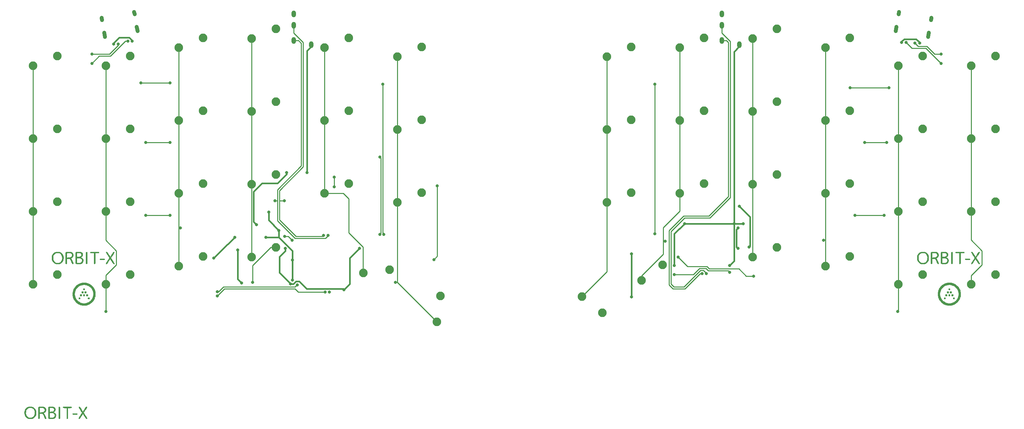
<source format=gtl>
G04 #@! TF.GenerationSoftware,KiCad,Pcbnew,(5.1.4)-1*
G04 #@! TF.CreationDate,2019-09-30T23:05:28-07:00*
G04 #@! TF.ProjectId,Orbit,4f726269-742e-46b6-9963-61645f706362,rev?*
G04 #@! TF.SameCoordinates,Original*
G04 #@! TF.FileFunction,Copper,L1,Top*
G04 #@! TF.FilePolarity,Positive*
%FSLAX46Y46*%
G04 Gerber Fmt 4.6, Leading zero omitted, Abs format (unit mm)*
G04 Created by KiCad (PCBNEW (5.1.4)-1) date 2019-09-30 23:05:28*
%MOMM*%
%LPD*%
G04 APERTURE LIST*
%ADD10C,0.010000*%
%ADD11C,2.250000*%
%ADD12C,1.000000*%
%ADD13C,1.000000*%
%ADD14O,1.200000X1.800000*%
%ADD15C,0.800000*%
%ADD16C,0.381000*%
%ADD17C,0.254000*%
G04 APERTURE END LIST*
D10*
G36*
X31161632Y-136001644D02*
G01*
X31329247Y-136006165D01*
X31445379Y-136014001D01*
X31514135Y-136025398D01*
X31536715Y-136036050D01*
X31569493Y-136103327D01*
X31562658Y-136179219D01*
X31519261Y-136235621D01*
X31514773Y-136238199D01*
X31464528Y-136249194D01*
X31364288Y-136258279D01*
X31223808Y-136264920D01*
X31052841Y-136268582D01*
X30950319Y-136269132D01*
X30761824Y-136268507D01*
X30623542Y-136266011D01*
X30525927Y-136260712D01*
X30459435Y-136251677D01*
X30414520Y-136237976D01*
X30381637Y-136218675D01*
X30374194Y-136212878D01*
X30327517Y-136165428D01*
X30324695Y-136118133D01*
X30340360Y-136078407D01*
X30375998Y-136000191D01*
X30938427Y-136000191D01*
X31161632Y-136001644D01*
X31161632Y-136001644D01*
G37*
X31161632Y-136001644D02*
X31329247Y-136006165D01*
X31445379Y-136014001D01*
X31514135Y-136025398D01*
X31536715Y-136036050D01*
X31569493Y-136103327D01*
X31562658Y-136179219D01*
X31519261Y-136235621D01*
X31514773Y-136238199D01*
X31464528Y-136249194D01*
X31364288Y-136258279D01*
X31223808Y-136264920D01*
X31052841Y-136268582D01*
X30950319Y-136269132D01*
X30761824Y-136268507D01*
X30623542Y-136266011D01*
X30525927Y-136260712D01*
X30459435Y-136251677D01*
X30414520Y-136237976D01*
X30381637Y-136218675D01*
X30374194Y-136212878D01*
X30327517Y-136165428D01*
X30324695Y-136118133D01*
X30340360Y-136078407D01*
X30375998Y-136000191D01*
X30938427Y-136000191D01*
X31161632Y-136001644D01*
G36*
X34082658Y-134268314D02*
G01*
X34112091Y-134317278D01*
X34112573Y-134326188D01*
X34097284Y-134366031D01*
X34054144Y-134449246D01*
X33987247Y-134568694D01*
X33900688Y-134717235D01*
X33798560Y-134887730D01*
X33684956Y-135073038D01*
X33676779Y-135086220D01*
X33240986Y-135788219D01*
X33679739Y-136492472D01*
X33795076Y-136678693D01*
X33900083Y-136850321D01*
X33990528Y-137000270D01*
X34062176Y-137121453D01*
X34110795Y-137206785D01*
X34132152Y-137249178D01*
X34132552Y-137250487D01*
X34123264Y-137311403D01*
X34097249Y-137345215D01*
X34056423Y-137368393D01*
X34004243Y-137367252D01*
X33923348Y-137343128D01*
X33883082Y-137327449D01*
X33846846Y-137306452D01*
X33809827Y-137273681D01*
X33767212Y-137222680D01*
X33714187Y-137146994D01*
X33645941Y-137040167D01*
X33557659Y-136895743D01*
X33444530Y-136707266D01*
X33425279Y-136675062D01*
X33320579Y-136502032D01*
X33224766Y-136347784D01*
X33142355Y-136219256D01*
X33077858Y-136123384D01*
X33035788Y-136067105D01*
X33021867Y-136055002D01*
X32998776Y-136081112D01*
X32950383Y-136151613D01*
X32881339Y-136259175D01*
X32796295Y-136396470D01*
X32699901Y-136556172D01*
X32644186Y-136650131D01*
X32506385Y-136879874D01*
X32393677Y-137058616D01*
X32304406Y-137188800D01*
X32236917Y-137272869D01*
X32199002Y-137307544D01*
X32095317Y-137363403D01*
X32015823Y-137368754D01*
X31967020Y-137338921D01*
X31935067Y-137283986D01*
X31931162Y-137261093D01*
X31946418Y-137225547D01*
X31989458Y-137146423D01*
X32056190Y-137030695D01*
X32142521Y-136885337D01*
X32244359Y-136717325D01*
X32357611Y-136533634D01*
X32364456Y-136522626D01*
X32478239Y-136338265D01*
X32580847Y-136169204D01*
X32668189Y-136022415D01*
X32736172Y-135904866D01*
X32780705Y-135823527D01*
X32797696Y-135785368D01*
X32797750Y-135784621D01*
X32782456Y-135748703D01*
X32739466Y-135669724D01*
X32673117Y-135555077D01*
X32587746Y-135412154D01*
X32487691Y-135248349D01*
X32406232Y-135117216D01*
X32270224Y-134899734D01*
X32162831Y-134727236D01*
X32081068Y-134593974D01*
X32021953Y-134494203D01*
X31982503Y-134422175D01*
X31959734Y-134372145D01*
X31950663Y-134338367D01*
X31952307Y-134315093D01*
X31961684Y-134296578D01*
X31972482Y-134281693D01*
X32030879Y-134247272D01*
X32115599Y-134247293D01*
X32206715Y-134278346D01*
X32282193Y-134334708D01*
X32316423Y-134380597D01*
X32375133Y-134468806D01*
X32452477Y-134590152D01*
X32542612Y-134735456D01*
X32639693Y-134895533D01*
X32648053Y-134909485D01*
X32744535Y-135070418D01*
X32833118Y-135217719D01*
X32908241Y-135342177D01*
X32964342Y-135434580D01*
X32995860Y-135485714D01*
X32997300Y-135487976D01*
X33012767Y-135509021D01*
X33029135Y-135517272D01*
X33050600Y-135507280D01*
X33081356Y-135473597D01*
X33125598Y-135410775D01*
X33187523Y-135313368D01*
X33271325Y-135175926D01*
X33381200Y-134993002D01*
X33390748Y-134977064D01*
X33493412Y-134806560D01*
X33588005Y-134651098D01*
X33669503Y-134518804D01*
X33732884Y-134417801D01*
X33773124Y-134356214D01*
X33782639Y-134343166D01*
X33853047Y-134285490D01*
X33937166Y-134253241D01*
X34019027Y-134247242D01*
X34082658Y-134268314D01*
X34082658Y-134268314D01*
G37*
X34082658Y-134268314D02*
X34112091Y-134317278D01*
X34112573Y-134326188D01*
X34097284Y-134366031D01*
X34054144Y-134449246D01*
X33987247Y-134568694D01*
X33900688Y-134717235D01*
X33798560Y-134887730D01*
X33684956Y-135073038D01*
X33676779Y-135086220D01*
X33240986Y-135788219D01*
X33679739Y-136492472D01*
X33795076Y-136678693D01*
X33900083Y-136850321D01*
X33990528Y-137000270D01*
X34062176Y-137121453D01*
X34110795Y-137206785D01*
X34132152Y-137249178D01*
X34132552Y-137250487D01*
X34123264Y-137311403D01*
X34097249Y-137345215D01*
X34056423Y-137368393D01*
X34004243Y-137367252D01*
X33923348Y-137343128D01*
X33883082Y-137327449D01*
X33846846Y-137306452D01*
X33809827Y-137273681D01*
X33767212Y-137222680D01*
X33714187Y-137146994D01*
X33645941Y-137040167D01*
X33557659Y-136895743D01*
X33444530Y-136707266D01*
X33425279Y-136675062D01*
X33320579Y-136502032D01*
X33224766Y-136347784D01*
X33142355Y-136219256D01*
X33077858Y-136123384D01*
X33035788Y-136067105D01*
X33021867Y-136055002D01*
X32998776Y-136081112D01*
X32950383Y-136151613D01*
X32881339Y-136259175D01*
X32796295Y-136396470D01*
X32699901Y-136556172D01*
X32644186Y-136650131D01*
X32506385Y-136879874D01*
X32393677Y-137058616D01*
X32304406Y-137188800D01*
X32236917Y-137272869D01*
X32199002Y-137307544D01*
X32095317Y-137363403D01*
X32015823Y-137368754D01*
X31967020Y-137338921D01*
X31935067Y-137283986D01*
X31931162Y-137261093D01*
X31946418Y-137225547D01*
X31989458Y-137146423D01*
X32056190Y-137030695D01*
X32142521Y-136885337D01*
X32244359Y-136717325D01*
X32357611Y-136533634D01*
X32364456Y-136522626D01*
X32478239Y-136338265D01*
X32580847Y-136169204D01*
X32668189Y-136022415D01*
X32736172Y-135904866D01*
X32780705Y-135823527D01*
X32797696Y-135785368D01*
X32797750Y-135784621D01*
X32782456Y-135748703D01*
X32739466Y-135669724D01*
X32673117Y-135555077D01*
X32587746Y-135412154D01*
X32487691Y-135248349D01*
X32406232Y-135117216D01*
X32270224Y-134899734D01*
X32162831Y-134727236D01*
X32081068Y-134593974D01*
X32021953Y-134494203D01*
X31982503Y-134422175D01*
X31959734Y-134372145D01*
X31950663Y-134338367D01*
X31952307Y-134315093D01*
X31961684Y-134296578D01*
X31972482Y-134281693D01*
X32030879Y-134247272D01*
X32115599Y-134247293D01*
X32206715Y-134278346D01*
X32282193Y-134334708D01*
X32316423Y-134380597D01*
X32375133Y-134468806D01*
X32452477Y-134590152D01*
X32542612Y-134735456D01*
X32639693Y-134895533D01*
X32648053Y-134909485D01*
X32744535Y-135070418D01*
X32833118Y-135217719D01*
X32908241Y-135342177D01*
X32964342Y-135434580D01*
X32995860Y-135485714D01*
X32997300Y-135487976D01*
X33012767Y-135509021D01*
X33029135Y-135517272D01*
X33050600Y-135507280D01*
X33081356Y-135473597D01*
X33125598Y-135410775D01*
X33187523Y-135313368D01*
X33271325Y-135175926D01*
X33381200Y-134993002D01*
X33390748Y-134977064D01*
X33493412Y-134806560D01*
X33588005Y-134651098D01*
X33669503Y-134518804D01*
X33732884Y-134417801D01*
X33773124Y-134356214D01*
X33782639Y-134343166D01*
X33853047Y-134285490D01*
X33937166Y-134253241D01*
X34019027Y-134247242D01*
X34082658Y-134268314D01*
G36*
X29237475Y-134237228D02*
G01*
X29462920Y-134237742D01*
X29640686Y-134239012D01*
X29776816Y-134241378D01*
X29877352Y-134245178D01*
X29948336Y-134250751D01*
X29995813Y-134258436D01*
X30025823Y-134268572D01*
X30044411Y-134281498D01*
X30057618Y-134297552D01*
X30058517Y-134298830D01*
X30088164Y-134382919D01*
X30064791Y-134458928D01*
X29997720Y-134508366D01*
X29941430Y-134518668D01*
X29839085Y-134527221D01*
X29704388Y-134533229D01*
X29551041Y-134535893D01*
X29523687Y-134535956D01*
X29122220Y-134535956D01*
X29122220Y-135895603D01*
X29122142Y-136216135D01*
X29121757Y-136482245D01*
X29120839Y-136699278D01*
X29119165Y-136872578D01*
X29116509Y-137007486D01*
X29112647Y-137109349D01*
X29107352Y-137183508D01*
X29100401Y-137235307D01*
X29091567Y-137270091D01*
X29080627Y-137293202D01*
X29067355Y-137309985D01*
X29062456Y-137315015D01*
X28993296Y-137365793D01*
X28926202Y-137365216D01*
X28859928Y-137328261D01*
X28793515Y-137281743D01*
X28793515Y-134535956D01*
X28382632Y-134535515D01*
X28181051Y-134532497D01*
X28031747Y-134522753D01*
X27927439Y-134504513D01*
X27860843Y-134476004D01*
X27824680Y-134435455D01*
X27813277Y-134396991D01*
X27825950Y-134326330D01*
X27852765Y-134285681D01*
X27871160Y-134272711D01*
X27901693Y-134262245D01*
X27950308Y-134254021D01*
X28022950Y-134247777D01*
X28125563Y-134243253D01*
X28264091Y-134240187D01*
X28444479Y-134238319D01*
X28672671Y-134237388D01*
X28954611Y-134237132D01*
X28958307Y-134237132D01*
X29237475Y-134237228D01*
X29237475Y-134237228D01*
G37*
X29237475Y-134237228D02*
X29462920Y-134237742D01*
X29640686Y-134239012D01*
X29776816Y-134241378D01*
X29877352Y-134245178D01*
X29948336Y-134250751D01*
X29995813Y-134258436D01*
X30025823Y-134268572D01*
X30044411Y-134281498D01*
X30057618Y-134297552D01*
X30058517Y-134298830D01*
X30088164Y-134382919D01*
X30064791Y-134458928D01*
X29997720Y-134508366D01*
X29941430Y-134518668D01*
X29839085Y-134527221D01*
X29704388Y-134533229D01*
X29551041Y-134535893D01*
X29523687Y-134535956D01*
X29122220Y-134535956D01*
X29122220Y-135895603D01*
X29122142Y-136216135D01*
X29121757Y-136482245D01*
X29120839Y-136699278D01*
X29119165Y-136872578D01*
X29116509Y-137007486D01*
X29112647Y-137109349D01*
X29107352Y-137183508D01*
X29100401Y-137235307D01*
X29091567Y-137270091D01*
X29080627Y-137293202D01*
X29067355Y-137309985D01*
X29062456Y-137315015D01*
X28993296Y-137365793D01*
X28926202Y-137365216D01*
X28859928Y-137328261D01*
X28793515Y-137281743D01*
X28793515Y-134535956D01*
X28382632Y-134535515D01*
X28181051Y-134532497D01*
X28031747Y-134522753D01*
X27927439Y-134504513D01*
X27860843Y-134476004D01*
X27824680Y-134435455D01*
X27813277Y-134396991D01*
X27825950Y-134326330D01*
X27852765Y-134285681D01*
X27871160Y-134272711D01*
X27901693Y-134262245D01*
X27950308Y-134254021D01*
X28022950Y-134247777D01*
X28125563Y-134243253D01*
X28264091Y-134240187D01*
X28444479Y-134238319D01*
X28672671Y-134237388D01*
X28954611Y-134237132D01*
X28958307Y-134237132D01*
X29237475Y-134237228D01*
G36*
X26981001Y-134291779D02*
G01*
X26992340Y-134308780D01*
X27001820Y-134335904D01*
X27009604Y-134378187D01*
X27015855Y-134440664D01*
X27020738Y-134528371D01*
X27024416Y-134646342D01*
X27027052Y-134799612D01*
X27028811Y-134993218D01*
X27029854Y-135232195D01*
X27030347Y-135521577D01*
X27030456Y-135814085D01*
X27030456Y-137281743D01*
X26964042Y-137328261D01*
X26889170Y-137368311D01*
X26825881Y-137363010D01*
X26757354Y-137317655D01*
X26686809Y-137260530D01*
X26686809Y-135811733D01*
X26686900Y-135479561D01*
X26687304Y-135201984D01*
X26688215Y-134973834D01*
X26689829Y-134789943D01*
X26692338Y-134645142D01*
X26695939Y-134534263D01*
X26700826Y-134452137D01*
X26707193Y-134393594D01*
X26715235Y-134353468D01*
X26725147Y-134326588D01*
X26737124Y-134307787D01*
X26743734Y-134300034D01*
X26824463Y-134246456D01*
X26911090Y-134245937D01*
X26981001Y-134291779D01*
X26981001Y-134291779D01*
G37*
X26981001Y-134291779D02*
X26992340Y-134308780D01*
X27001820Y-134335904D01*
X27009604Y-134378187D01*
X27015855Y-134440664D01*
X27020738Y-134528371D01*
X27024416Y-134646342D01*
X27027052Y-134799612D01*
X27028811Y-134993218D01*
X27029854Y-135232195D01*
X27030347Y-135521577D01*
X27030456Y-135814085D01*
X27030456Y-137281743D01*
X26964042Y-137328261D01*
X26889170Y-137368311D01*
X26825881Y-137363010D01*
X26757354Y-137317655D01*
X26686809Y-137260530D01*
X26686809Y-135811733D01*
X26686900Y-135479561D01*
X26687304Y-135201984D01*
X26688215Y-134973834D01*
X26689829Y-134789943D01*
X26692338Y-134645142D01*
X26695939Y-134534263D01*
X26700826Y-134452137D01*
X26707193Y-134393594D01*
X26715235Y-134353468D01*
X26725147Y-134326588D01*
X26737124Y-134307787D01*
X26743734Y-134300034D01*
X26824463Y-134246456D01*
X26911090Y-134245937D01*
X26981001Y-134291779D01*
G36*
X22180628Y-134212673D02*
G01*
X22228927Y-134214240D01*
X22461786Y-134226935D01*
X22648160Y-134249613D01*
X22800971Y-134285699D01*
X22933137Y-134338616D01*
X23057578Y-134411791D01*
X23107631Y-134447166D01*
X23235941Y-134577170D01*
X23325378Y-134744087D01*
X23373078Y-134937133D01*
X23376179Y-135145523D01*
X23341332Y-135327627D01*
X23295788Y-135448986D01*
X23229328Y-135551429D01*
X23141807Y-135645444D01*
X23064207Y-135717877D01*
X23002184Y-135770009D01*
X22968700Y-135790978D01*
X22968113Y-135791015D01*
X22927261Y-135801667D01*
X22855408Y-135828193D01*
X22831916Y-135837793D01*
X22719961Y-135884571D01*
X22794780Y-135964793D01*
X22857798Y-136041425D01*
X22925952Y-136137217D01*
X22947003Y-136169984D01*
X22982365Y-136235797D01*
X23032401Y-136340458D01*
X23092546Y-136473162D01*
X23158231Y-136623108D01*
X23224892Y-136779492D01*
X23287960Y-136931512D01*
X23342869Y-137068365D01*
X23385052Y-137179248D01*
X23409944Y-137253357D01*
X23414691Y-137276339D01*
X23389434Y-137327260D01*
X23326396Y-137355045D01*
X23244679Y-137354895D01*
X23183997Y-137334281D01*
X23149387Y-137311121D01*
X23115650Y-137274111D01*
X23078578Y-137215411D01*
X23033966Y-137127184D01*
X22977608Y-137001592D01*
X22905297Y-136830796D01*
X22876120Y-136760528D01*
X22782817Y-136539722D01*
X22704688Y-136368527D01*
X22636680Y-136240317D01*
X22573737Y-136148465D01*
X22510807Y-136086346D01*
X22442836Y-136047333D01*
X22364769Y-136024800D01*
X22308341Y-136016109D01*
X22188024Y-136006911D01*
X22043854Y-136003515D01*
X21935515Y-136005643D01*
X21726338Y-136015132D01*
X21711397Y-136652599D01*
X21706060Y-136864730D01*
X21700766Y-137025044D01*
X21694661Y-137141480D01*
X21686894Y-137221978D01*
X21676613Y-137274480D01*
X21662965Y-137306924D01*
X21645100Y-137327251D01*
X21638450Y-137332422D01*
X21569323Y-137369598D01*
X21506612Y-137362410D01*
X21449105Y-137328261D01*
X21382691Y-137281743D01*
X21382691Y-134953567D01*
X21710895Y-134953567D01*
X21711397Y-135138552D01*
X21711397Y-135739046D01*
X22107338Y-135724992D01*
X22284017Y-135717008D01*
X22415150Y-135706140D01*
X22514951Y-135690270D01*
X22597631Y-135667282D01*
X22660379Y-135642615D01*
X22832934Y-135539770D01*
X22957702Y-135404421D01*
X23031744Y-135241315D01*
X23052122Y-135055199D01*
X23049374Y-135014325D01*
X23010085Y-134845643D01*
X22925209Y-134711487D01*
X22789995Y-134605229D01*
X22735075Y-134575917D01*
X22655186Y-134539793D01*
X22579987Y-134515132D01*
X22493851Y-134499158D01*
X22381151Y-134489091D01*
X22226260Y-134482154D01*
X22203235Y-134481371D01*
X22044253Y-134475287D01*
X21923658Y-134473714D01*
X21836176Y-134483696D01*
X21776533Y-134512281D01*
X21739457Y-134566515D01*
X21719674Y-134653443D01*
X21711911Y-134780112D01*
X21710895Y-134953567D01*
X21382691Y-134953567D01*
X21382691Y-134394694D01*
X21460037Y-134317348D01*
X21513960Y-134274364D01*
X21582954Y-134243124D01*
X21675569Y-134222482D01*
X21800353Y-134211290D01*
X21965856Y-134208402D01*
X22180628Y-134212673D01*
X22180628Y-134212673D01*
G37*
X22180628Y-134212673D02*
X22228927Y-134214240D01*
X22461786Y-134226935D01*
X22648160Y-134249613D01*
X22800971Y-134285699D01*
X22933137Y-134338616D01*
X23057578Y-134411791D01*
X23107631Y-134447166D01*
X23235941Y-134577170D01*
X23325378Y-134744087D01*
X23373078Y-134937133D01*
X23376179Y-135145523D01*
X23341332Y-135327627D01*
X23295788Y-135448986D01*
X23229328Y-135551429D01*
X23141807Y-135645444D01*
X23064207Y-135717877D01*
X23002184Y-135770009D01*
X22968700Y-135790978D01*
X22968113Y-135791015D01*
X22927261Y-135801667D01*
X22855408Y-135828193D01*
X22831916Y-135837793D01*
X22719961Y-135884571D01*
X22794780Y-135964793D01*
X22857798Y-136041425D01*
X22925952Y-136137217D01*
X22947003Y-136169984D01*
X22982365Y-136235797D01*
X23032401Y-136340458D01*
X23092546Y-136473162D01*
X23158231Y-136623108D01*
X23224892Y-136779492D01*
X23287960Y-136931512D01*
X23342869Y-137068365D01*
X23385052Y-137179248D01*
X23409944Y-137253357D01*
X23414691Y-137276339D01*
X23389434Y-137327260D01*
X23326396Y-137355045D01*
X23244679Y-137354895D01*
X23183997Y-137334281D01*
X23149387Y-137311121D01*
X23115650Y-137274111D01*
X23078578Y-137215411D01*
X23033966Y-137127184D01*
X22977608Y-137001592D01*
X22905297Y-136830796D01*
X22876120Y-136760528D01*
X22782817Y-136539722D01*
X22704688Y-136368527D01*
X22636680Y-136240317D01*
X22573737Y-136148465D01*
X22510807Y-136086346D01*
X22442836Y-136047333D01*
X22364769Y-136024800D01*
X22308341Y-136016109D01*
X22188024Y-136006911D01*
X22043854Y-136003515D01*
X21935515Y-136005643D01*
X21726338Y-136015132D01*
X21711397Y-136652599D01*
X21706060Y-136864730D01*
X21700766Y-137025044D01*
X21694661Y-137141480D01*
X21686894Y-137221978D01*
X21676613Y-137274480D01*
X21662965Y-137306924D01*
X21645100Y-137327251D01*
X21638450Y-137332422D01*
X21569323Y-137369598D01*
X21506612Y-137362410D01*
X21449105Y-137328261D01*
X21382691Y-137281743D01*
X21382691Y-134953567D01*
X21710895Y-134953567D01*
X21711397Y-135138552D01*
X21711397Y-135739046D01*
X22107338Y-135724992D01*
X22284017Y-135717008D01*
X22415150Y-135706140D01*
X22514951Y-135690270D01*
X22597631Y-135667282D01*
X22660379Y-135642615D01*
X22832934Y-135539770D01*
X22957702Y-135404421D01*
X23031744Y-135241315D01*
X23052122Y-135055199D01*
X23049374Y-135014325D01*
X23010085Y-134845643D01*
X22925209Y-134711487D01*
X22789995Y-134605229D01*
X22735075Y-134575917D01*
X22655186Y-134539793D01*
X22579987Y-134515132D01*
X22493851Y-134499158D01*
X22381151Y-134489091D01*
X22226260Y-134482154D01*
X22203235Y-134481371D01*
X22044253Y-134475287D01*
X21923658Y-134473714D01*
X21836176Y-134483696D01*
X21776533Y-134512281D01*
X21739457Y-134566515D01*
X21719674Y-134653443D01*
X21711911Y-134780112D01*
X21710895Y-134953567D01*
X21382691Y-134953567D01*
X21382691Y-134394694D01*
X21460037Y-134317348D01*
X21513960Y-134274364D01*
X21582954Y-134243124D01*
X21675569Y-134222482D01*
X21800353Y-134211290D01*
X21965856Y-134208402D01*
X22180628Y-134212673D01*
G36*
X24904890Y-134225156D02*
G01*
X25049629Y-134228641D01*
X25157630Y-134235384D01*
X25240402Y-134246528D01*
X25309453Y-134263214D01*
X25376294Y-134286584D01*
X25386926Y-134290771D01*
X25578488Y-134391308D01*
X25718938Y-134521578D01*
X25810646Y-134684641D01*
X25855984Y-134883559D01*
X25857425Y-134898280D01*
X25862128Y-135012134D01*
X25847548Y-135103716D01*
X25807559Y-135205066D01*
X25792930Y-135235568D01*
X25681980Y-135400224D01*
X25532384Y-135530695D01*
X25358191Y-135614857D01*
X25350841Y-135617110D01*
X25279984Y-135647806D01*
X25257412Y-135677597D01*
X25285679Y-135697663D01*
X25326448Y-135701368D01*
X25412977Y-135718588D01*
X25524979Y-135763433D01*
X25641674Y-135825679D01*
X25742282Y-135895101D01*
X25770545Y-135919866D01*
X25895439Y-136070061D01*
X25968587Y-136237730D01*
X25995500Y-136435793D01*
X25995747Y-136447750D01*
X25984812Y-136658014D01*
X25941052Y-136830385D01*
X25858945Y-136980133D01*
X25762214Y-137093624D01*
X25656703Y-137191363D01*
X25550334Y-137265347D01*
X25432319Y-137318895D01*
X25291872Y-137355327D01*
X25118205Y-137377961D01*
X24900531Y-137390115D01*
X24789279Y-137392975D01*
X24620080Y-137394464D01*
X24464148Y-137392531D01*
X24334913Y-137387582D01*
X24245803Y-137380026D01*
X24221987Y-137375787D01*
X24129066Y-137334462D01*
X24050764Y-137271562D01*
X24050164Y-137270868D01*
X23982456Y-137192153D01*
X23982456Y-135820897D01*
X24311162Y-135820897D01*
X24311162Y-136449389D01*
X24311320Y-136658226D01*
X24312331Y-136815149D01*
X24315001Y-136928008D01*
X24320135Y-137004654D01*
X24328537Y-137052937D01*
X24341014Y-137080708D01*
X24358370Y-137095818D01*
X24378397Y-137104907D01*
X24450361Y-137120065D01*
X24565059Y-137129377D01*
X24705747Y-137132881D01*
X24855686Y-137130618D01*
X24998134Y-137122627D01*
X25116348Y-137108948D01*
X25147681Y-137103087D01*
X25336279Y-137034987D01*
X25487284Y-136923001D01*
X25595709Y-136773234D01*
X25656563Y-136591791D01*
X25668213Y-136466164D01*
X25648805Y-136285072D01*
X25585818Y-136135482D01*
X25477421Y-136016284D01*
X25321784Y-135926367D01*
X25117076Y-135864621D01*
X24861466Y-135829934D01*
X24604497Y-135820897D01*
X24311162Y-135820897D01*
X23982456Y-135820897D01*
X23982456Y-135820637D01*
X23983097Y-135447106D01*
X23985044Y-135131821D01*
X23988330Y-134873279D01*
X23989006Y-134843768D01*
X24310909Y-134843768D01*
X24311162Y-135025086D01*
X24312327Y-135189973D01*
X24315548Y-135333468D01*
X24320414Y-135445114D01*
X24326514Y-135514455D01*
X24331083Y-135532034D01*
X24373290Y-135544035D01*
X24460158Y-135550337D01*
X24576883Y-135551213D01*
X24708659Y-135546935D01*
X24840683Y-135537777D01*
X24958150Y-135524011D01*
X24982692Y-135520024D01*
X25193153Y-135463259D01*
X25354521Y-135375382D01*
X25465678Y-135257441D01*
X25525504Y-135110483D01*
X25536338Y-135001718D01*
X25516020Y-134832811D01*
X25452096Y-134701477D01*
X25340109Y-134600137D01*
X25280293Y-134566013D01*
X25205776Y-134532258D01*
X25130444Y-134509419D01*
X25038722Y-134494814D01*
X24915034Y-134485759D01*
X24785520Y-134480799D01*
X24619457Y-134475448D01*
X24497392Y-134476263D01*
X24412579Y-134490984D01*
X24358271Y-134527354D01*
X24327722Y-134593113D01*
X24314183Y-134696004D01*
X24310909Y-134843768D01*
X23989006Y-134843768D01*
X23992992Y-134669975D01*
X23999063Y-134520404D01*
X24006577Y-134423062D01*
X24015570Y-134376445D01*
X24015639Y-134376292D01*
X24045511Y-134323995D01*
X24086441Y-134284909D01*
X24146740Y-134257213D01*
X24234719Y-134239087D01*
X24358691Y-134228711D01*
X24526966Y-134224264D01*
X24711903Y-134223788D01*
X24904890Y-134225156D01*
X24904890Y-134225156D01*
G37*
X24904890Y-134225156D02*
X25049629Y-134228641D01*
X25157630Y-134235384D01*
X25240402Y-134246528D01*
X25309453Y-134263214D01*
X25376294Y-134286584D01*
X25386926Y-134290771D01*
X25578488Y-134391308D01*
X25718938Y-134521578D01*
X25810646Y-134684641D01*
X25855984Y-134883559D01*
X25857425Y-134898280D01*
X25862128Y-135012134D01*
X25847548Y-135103716D01*
X25807559Y-135205066D01*
X25792930Y-135235568D01*
X25681980Y-135400224D01*
X25532384Y-135530695D01*
X25358191Y-135614857D01*
X25350841Y-135617110D01*
X25279984Y-135647806D01*
X25257412Y-135677597D01*
X25285679Y-135697663D01*
X25326448Y-135701368D01*
X25412977Y-135718588D01*
X25524979Y-135763433D01*
X25641674Y-135825679D01*
X25742282Y-135895101D01*
X25770545Y-135919866D01*
X25895439Y-136070061D01*
X25968587Y-136237730D01*
X25995500Y-136435793D01*
X25995747Y-136447750D01*
X25984812Y-136658014D01*
X25941052Y-136830385D01*
X25858945Y-136980133D01*
X25762214Y-137093624D01*
X25656703Y-137191363D01*
X25550334Y-137265347D01*
X25432319Y-137318895D01*
X25291872Y-137355327D01*
X25118205Y-137377961D01*
X24900531Y-137390115D01*
X24789279Y-137392975D01*
X24620080Y-137394464D01*
X24464148Y-137392531D01*
X24334913Y-137387582D01*
X24245803Y-137380026D01*
X24221987Y-137375787D01*
X24129066Y-137334462D01*
X24050764Y-137271562D01*
X24050164Y-137270868D01*
X23982456Y-137192153D01*
X23982456Y-135820897D01*
X24311162Y-135820897D01*
X24311162Y-136449389D01*
X24311320Y-136658226D01*
X24312331Y-136815149D01*
X24315001Y-136928008D01*
X24320135Y-137004654D01*
X24328537Y-137052937D01*
X24341014Y-137080708D01*
X24358370Y-137095818D01*
X24378397Y-137104907D01*
X24450361Y-137120065D01*
X24565059Y-137129377D01*
X24705747Y-137132881D01*
X24855686Y-137130618D01*
X24998134Y-137122627D01*
X25116348Y-137108948D01*
X25147681Y-137103087D01*
X25336279Y-137034987D01*
X25487284Y-136923001D01*
X25595709Y-136773234D01*
X25656563Y-136591791D01*
X25668213Y-136466164D01*
X25648805Y-136285072D01*
X25585818Y-136135482D01*
X25477421Y-136016284D01*
X25321784Y-135926367D01*
X25117076Y-135864621D01*
X24861466Y-135829934D01*
X24604497Y-135820897D01*
X24311162Y-135820897D01*
X23982456Y-135820897D01*
X23982456Y-135820637D01*
X23983097Y-135447106D01*
X23985044Y-135131821D01*
X23988330Y-134873279D01*
X23989006Y-134843768D01*
X24310909Y-134843768D01*
X24311162Y-135025086D01*
X24312327Y-135189973D01*
X24315548Y-135333468D01*
X24320414Y-135445114D01*
X24326514Y-135514455D01*
X24331083Y-135532034D01*
X24373290Y-135544035D01*
X24460158Y-135550337D01*
X24576883Y-135551213D01*
X24708659Y-135546935D01*
X24840683Y-135537777D01*
X24958150Y-135524011D01*
X24982692Y-135520024D01*
X25193153Y-135463259D01*
X25354521Y-135375382D01*
X25465678Y-135257441D01*
X25525504Y-135110483D01*
X25536338Y-135001718D01*
X25516020Y-134832811D01*
X25452096Y-134701477D01*
X25340109Y-134600137D01*
X25280293Y-134566013D01*
X25205776Y-134532258D01*
X25130444Y-134509419D01*
X25038722Y-134494814D01*
X24915034Y-134485759D01*
X24785520Y-134480799D01*
X24619457Y-134475448D01*
X24497392Y-134476263D01*
X24412579Y-134490984D01*
X24358271Y-134527354D01*
X24327722Y-134593113D01*
X24314183Y-134696004D01*
X24310909Y-134843768D01*
X23989006Y-134843768D01*
X23992992Y-134669975D01*
X23999063Y-134520404D01*
X24006577Y-134423062D01*
X24015570Y-134376445D01*
X24015639Y-134376292D01*
X24045511Y-134323995D01*
X24086441Y-134284909D01*
X24146740Y-134257213D01*
X24234719Y-134239087D01*
X24358691Y-134228711D01*
X24526966Y-134224264D01*
X24711903Y-134223788D01*
X24904890Y-134225156D01*
G36*
X19581854Y-134226217D02*
G01*
X19844046Y-134285242D01*
X20075536Y-134387509D01*
X20284488Y-134536205D01*
X20395957Y-134642249D01*
X20562453Y-134844406D01*
X20683978Y-135061078D01*
X20763375Y-135300938D01*
X20803487Y-135572661D01*
X20807155Y-135884921D01*
X20806706Y-135895603D01*
X20786314Y-136156734D01*
X20746751Y-136373538D01*
X20682838Y-136559793D01*
X20589394Y-136729276D01*
X20461240Y-136895764D01*
X20408624Y-136954369D01*
X20221298Y-137119637D01*
X19999869Y-137254567D01*
X19764265Y-137348072D01*
X19652906Y-137374816D01*
X19466375Y-137396463D01*
X19255056Y-137400594D01*
X19046323Y-137387788D01*
X18867549Y-137358622D01*
X18865780Y-137358195D01*
X18601836Y-137266419D01*
X18368741Y-137124921D01*
X18216241Y-136990303D01*
X18033492Y-136763816D01*
X17897227Y-136503859D01*
X17808902Y-136216261D01*
X17770407Y-135910287D01*
X18117851Y-135910287D01*
X18151199Y-136178993D01*
X18222949Y-136423481D01*
X18260964Y-136508191D01*
X18389640Y-136707907D01*
X18555950Y-136878687D01*
X18748052Y-137010937D01*
X18954104Y-137095066D01*
X18998752Y-137105872D01*
X19189761Y-137127809D01*
X19400538Y-137121906D01*
X19606413Y-137090488D01*
X19782714Y-137035879D01*
X19793879Y-137030992D01*
X19977471Y-136920677D01*
X20147069Y-136766856D01*
X20286770Y-136585757D01*
X20355433Y-136457906D01*
X20396450Y-136342738D01*
X20434564Y-136197459D01*
X20462159Y-136051538D01*
X20464166Y-136037152D01*
X20480419Y-135736162D01*
X20448371Y-135453572D01*
X20370564Y-135195027D01*
X20249539Y-134966172D01*
X20087839Y-134772652D01*
X19888007Y-134620112D01*
X19806038Y-134575737D01*
X19723636Y-134538096D01*
X19650279Y-134513711D01*
X19569001Y-134499730D01*
X19462838Y-134493302D01*
X19314823Y-134491575D01*
X19305239Y-134491560D01*
X19157032Y-134492446D01*
X19051073Y-134497715D01*
X18969858Y-134510599D01*
X18895880Y-134534332D01*
X18811635Y-134572147D01*
X18776775Y-134589164D01*
X18593956Y-134703513D01*
X18430236Y-134851860D01*
X18301317Y-135018529D01*
X18249503Y-135115540D01*
X18166874Y-135362893D01*
X18123033Y-135633031D01*
X18117851Y-135910287D01*
X17770407Y-135910287D01*
X17769974Y-135906851D01*
X17781898Y-135581457D01*
X17814094Y-135380847D01*
X17902052Y-135088461D01*
X18035573Y-134833017D01*
X18211180Y-134617298D01*
X18425394Y-134444086D01*
X18674740Y-134316163D01*
X18955739Y-134236312D01*
X19264915Y-134207315D01*
X19280792Y-134207250D01*
X19581854Y-134226217D01*
X19581854Y-134226217D01*
G37*
X19581854Y-134226217D02*
X19844046Y-134285242D01*
X20075536Y-134387509D01*
X20284488Y-134536205D01*
X20395957Y-134642249D01*
X20562453Y-134844406D01*
X20683978Y-135061078D01*
X20763375Y-135300938D01*
X20803487Y-135572661D01*
X20807155Y-135884921D01*
X20806706Y-135895603D01*
X20786314Y-136156734D01*
X20746751Y-136373538D01*
X20682838Y-136559793D01*
X20589394Y-136729276D01*
X20461240Y-136895764D01*
X20408624Y-136954369D01*
X20221298Y-137119637D01*
X19999869Y-137254567D01*
X19764265Y-137348072D01*
X19652906Y-137374816D01*
X19466375Y-137396463D01*
X19255056Y-137400594D01*
X19046323Y-137387788D01*
X18867549Y-137358622D01*
X18865780Y-137358195D01*
X18601836Y-137266419D01*
X18368741Y-137124921D01*
X18216241Y-136990303D01*
X18033492Y-136763816D01*
X17897227Y-136503859D01*
X17808902Y-136216261D01*
X17770407Y-135910287D01*
X18117851Y-135910287D01*
X18151199Y-136178993D01*
X18222949Y-136423481D01*
X18260964Y-136508191D01*
X18389640Y-136707907D01*
X18555950Y-136878687D01*
X18748052Y-137010937D01*
X18954104Y-137095066D01*
X18998752Y-137105872D01*
X19189761Y-137127809D01*
X19400538Y-137121906D01*
X19606413Y-137090488D01*
X19782714Y-137035879D01*
X19793879Y-137030992D01*
X19977471Y-136920677D01*
X20147069Y-136766856D01*
X20286770Y-136585757D01*
X20355433Y-136457906D01*
X20396450Y-136342738D01*
X20434564Y-136197459D01*
X20462159Y-136051538D01*
X20464166Y-136037152D01*
X20480419Y-135736162D01*
X20448371Y-135453572D01*
X20370564Y-135195027D01*
X20249539Y-134966172D01*
X20087839Y-134772652D01*
X19888007Y-134620112D01*
X19806038Y-134575737D01*
X19723636Y-134538096D01*
X19650279Y-134513711D01*
X19569001Y-134499730D01*
X19462838Y-134493302D01*
X19314823Y-134491575D01*
X19305239Y-134491560D01*
X19157032Y-134492446D01*
X19051073Y-134497715D01*
X18969858Y-134510599D01*
X18895880Y-134534332D01*
X18811635Y-134572147D01*
X18776775Y-134589164D01*
X18593956Y-134703513D01*
X18430236Y-134851860D01*
X18301317Y-135018529D01*
X18249503Y-135115540D01*
X18166874Y-135362893D01*
X18123033Y-135633031D01*
X18117851Y-135910287D01*
X17770407Y-135910287D01*
X17769974Y-135906851D01*
X17781898Y-135581457D01*
X17814094Y-135380847D01*
X17902052Y-135088461D01*
X18035573Y-134833017D01*
X18211180Y-134617298D01*
X18425394Y-134444086D01*
X18674740Y-134316163D01*
X18955739Y-134236312D01*
X19264915Y-134207315D01*
X19280792Y-134207250D01*
X19581854Y-134226217D01*
G36*
X259746750Y-103695500D02*
G01*
X259341938Y-103695500D01*
X259341938Y-103290688D01*
X259746750Y-103290688D01*
X259746750Y-103695500D01*
X259746750Y-103695500D01*
G37*
X259746750Y-103695500D02*
X259341938Y-103695500D01*
X259341938Y-103290688D01*
X259746750Y-103290688D01*
X259746750Y-103695500D01*
G36*
X260151563Y-104481313D02*
G01*
X259746750Y-104481313D01*
X259746750Y-104100313D01*
X260151563Y-104100313D01*
X260151563Y-104481313D01*
X260151563Y-104481313D01*
G37*
X260151563Y-104481313D02*
X259746750Y-104481313D01*
X259746750Y-104100313D01*
X260151563Y-104100313D01*
X260151563Y-104481313D01*
G36*
X259341938Y-104481313D02*
G01*
X258960938Y-104481313D01*
X258960938Y-104100313D01*
X259341938Y-104100313D01*
X259341938Y-104481313D01*
X259341938Y-104481313D01*
G37*
X259341938Y-104481313D02*
X258960938Y-104481313D01*
X258960938Y-104100313D01*
X259341938Y-104100313D01*
X259341938Y-104481313D01*
G36*
X260532563Y-105290938D02*
G01*
X260151563Y-105290938D01*
X260151563Y-104886125D01*
X260532563Y-104886125D01*
X260532563Y-105290938D01*
X260532563Y-105290938D01*
G37*
X260532563Y-105290938D02*
X260151563Y-105290938D01*
X260151563Y-104886125D01*
X260532563Y-104886125D01*
X260532563Y-105290938D01*
G36*
X259746750Y-105290938D02*
G01*
X259341938Y-105290938D01*
X259341938Y-104886125D01*
X259746750Y-104886125D01*
X259746750Y-105290938D01*
X259746750Y-105290938D01*
G37*
X259746750Y-105290938D02*
X259341938Y-105290938D01*
X259341938Y-104886125D01*
X259746750Y-104886125D01*
X259746750Y-105290938D01*
G36*
X258960938Y-105290938D02*
G01*
X258556125Y-105290938D01*
X258556125Y-104886125D01*
X258960938Y-104886125D01*
X258960938Y-105290938D01*
X258960938Y-105290938D01*
G37*
X258960938Y-105290938D02*
X258556125Y-105290938D01*
X258556125Y-104886125D01*
X258960938Y-104886125D01*
X258960938Y-105290938D01*
G36*
X260937375Y-106076750D02*
G01*
X260532563Y-106076750D01*
X260532563Y-105671938D01*
X260937375Y-105671938D01*
X260937375Y-106076750D01*
X260937375Y-106076750D01*
G37*
X260937375Y-106076750D02*
X260532563Y-106076750D01*
X260532563Y-105671938D01*
X260937375Y-105671938D01*
X260937375Y-106076750D01*
G36*
X258556125Y-106076750D02*
G01*
X258151313Y-106076750D01*
X258151313Y-105671938D01*
X258556125Y-105671938D01*
X258556125Y-106076750D01*
X258556125Y-106076750D01*
G37*
X258556125Y-106076750D02*
X258151313Y-106076750D01*
X258151313Y-105671938D01*
X258556125Y-105671938D01*
X258556125Y-106076750D01*
G36*
X259560219Y-101803045D02*
G01*
X259684337Y-101804415D01*
X259796049Y-101808572D01*
X259898642Y-101815919D01*
X259995406Y-101826860D01*
X260089628Y-101841798D01*
X260184597Y-101861137D01*
X260283601Y-101885281D01*
X260328880Y-101897418D01*
X260537427Y-101962656D01*
X260739515Y-102041992D01*
X260934378Y-102135028D01*
X261121249Y-102241368D01*
X261299364Y-102360616D01*
X261451510Y-102478617D01*
X261609178Y-102619342D01*
X261756515Y-102770787D01*
X261892836Y-102931885D01*
X262017458Y-103101567D01*
X262129697Y-103278766D01*
X262228870Y-103462416D01*
X262314292Y-103651447D01*
X262385280Y-103844793D01*
X262434034Y-104012803D01*
X262467105Y-104152789D01*
X262492465Y-104284725D01*
X262510857Y-104413997D01*
X262523025Y-104545993D01*
X262529711Y-104686100D01*
X262530364Y-104711500D01*
X262527645Y-104929797D01*
X262509450Y-105144580D01*
X262475785Y-105355821D01*
X262426656Y-105563489D01*
X262362069Y-105767555D01*
X262297872Y-105931487D01*
X262269789Y-105996752D01*
X262245727Y-106050910D01*
X262223858Y-106097613D01*
X262202357Y-106140513D01*
X262179396Y-106183263D01*
X262153150Y-106229515D01*
X262124025Y-106279156D01*
X262004806Y-106465427D01*
X261874702Y-106640153D01*
X261733579Y-106803465D01*
X261581305Y-106955496D01*
X261417747Y-107096380D01*
X261242774Y-107226248D01*
X261060406Y-107342775D01*
X261007577Y-107373744D01*
X260961664Y-107399721D01*
X260919015Y-107422531D01*
X260875978Y-107444001D01*
X260828901Y-107465957D01*
X260774131Y-107490225D01*
X260712737Y-107516622D01*
X260616504Y-107556169D01*
X260527786Y-107589208D01*
X260440672Y-107617695D01*
X260349248Y-107643589D01*
X260266656Y-107664322D01*
X260102140Y-107699876D01*
X259945045Y-107725553D01*
X259790817Y-107741893D01*
X259634899Y-107749436D01*
X259544344Y-107750013D01*
X259493125Y-107749498D01*
X259445004Y-107748793D01*
X259403124Y-107747960D01*
X259370628Y-107747063D01*
X259350660Y-107746165D01*
X259349875Y-107746109D01*
X259133701Y-107722157D01*
X258920944Y-107683170D01*
X258712463Y-107629467D01*
X258509118Y-107561363D01*
X258311766Y-107479176D01*
X258121268Y-107383225D01*
X257938482Y-107273826D01*
X257787526Y-107168796D01*
X257614599Y-107030449D01*
X257453915Y-106882088D01*
X257305701Y-106724039D01*
X257170179Y-106556632D01*
X257047574Y-106380194D01*
X256938111Y-106195052D01*
X256842013Y-106001535D01*
X256759506Y-105799971D01*
X256690813Y-105590688D01*
X256678668Y-105547630D01*
X256652302Y-105445835D01*
X256630917Y-105349511D01*
X256614109Y-105255367D01*
X256601475Y-105160117D01*
X256592610Y-105060470D01*
X256587112Y-104953140D01*
X256584576Y-104834836D01*
X256584295Y-104778969D01*
X256584970Y-104723608D01*
X257117044Y-104723608D01*
X257117147Y-104803746D01*
X257118813Y-104883410D01*
X257122009Y-104958537D01*
X257126706Y-105025060D01*
X257130426Y-105060750D01*
X257162300Y-105258048D01*
X257208951Y-105449663D01*
X257270201Y-105635222D01*
X257345869Y-105814349D01*
X257435777Y-105986669D01*
X257539744Y-106151809D01*
X257657591Y-106309393D01*
X257789138Y-106459047D01*
X257811474Y-106482260D01*
X257945708Y-106609334D01*
X258091410Y-106727270D01*
X258245881Y-106834090D01*
X258406419Y-106927816D01*
X258452208Y-106951504D01*
X258526616Y-106988153D01*
X258591857Y-107018372D01*
X258652354Y-107043940D01*
X258712528Y-107066634D01*
X258776801Y-107088233D01*
X258841875Y-107108227D01*
X259031088Y-107157640D01*
X259216839Y-107192091D01*
X259400577Y-107211714D01*
X259583753Y-107216642D01*
X259767814Y-107207011D01*
X259834356Y-107200031D01*
X260021688Y-107171087D01*
X260201269Y-107129278D01*
X260375607Y-107073854D01*
X260547209Y-107004064D01*
X260644166Y-106957866D01*
X260814798Y-106864447D01*
X260974214Y-106760712D01*
X261123172Y-106645974D01*
X261262429Y-106519550D01*
X261392744Y-106380754D01*
X261514874Y-106228903D01*
X261623142Y-106073259D01*
X261648268Y-106032068D01*
X261677591Y-105979940D01*
X261709291Y-105920496D01*
X261741549Y-105857356D01*
X261772543Y-105794140D01*
X261800456Y-105734467D01*
X261823465Y-105681957D01*
X261836903Y-105648125D01*
X261899770Y-105456584D01*
X261947166Y-105263845D01*
X261979050Y-105070450D01*
X261995380Y-104876940D01*
X261996118Y-104683857D01*
X261981222Y-104491742D01*
X261950652Y-104301136D01*
X261940849Y-104255094D01*
X261907200Y-104118801D01*
X261868892Y-103992618D01*
X261823954Y-103871007D01*
X261770413Y-103748432D01*
X261732754Y-103670958D01*
X261639049Y-103502110D01*
X261532224Y-103341673D01*
X261413048Y-103190368D01*
X261282287Y-103048914D01*
X261140710Y-102918031D01*
X260989084Y-102798440D01*
X260828177Y-102690860D01*
X260658757Y-102596011D01*
X260514575Y-102528480D01*
X260342947Y-102462085D01*
X260170393Y-102410087D01*
X259994906Y-102372078D01*
X259814476Y-102347651D01*
X259627095Y-102336397D01*
X259564188Y-102335507D01*
X259366093Y-102341877D01*
X259174465Y-102362522D01*
X258988531Y-102397673D01*
X258807515Y-102447567D01*
X258630644Y-102512435D01*
X258457144Y-102592513D01*
X258286241Y-102688035D01*
X258185544Y-102752244D01*
X258046111Y-102853772D01*
X257911913Y-102968278D01*
X257784591Y-103093839D01*
X257665785Y-103228531D01*
X257557136Y-103370431D01*
X257460285Y-103517615D01*
X257376872Y-103668161D01*
X257342076Y-103741080D01*
X257280673Y-103885939D01*
X257230442Y-104025178D01*
X257190185Y-104163126D01*
X257158706Y-104304114D01*
X257134806Y-104452471D01*
X257126405Y-104521000D01*
X257121642Y-104578170D01*
X257118532Y-104647061D01*
X257117044Y-104723608D01*
X256584970Y-104723608D01*
X256586040Y-104635973D01*
X256591914Y-104505106D01*
X256602488Y-104383025D01*
X256618335Y-104266385D01*
X256640027Y-104151844D01*
X256668137Y-104036059D01*
X256703236Y-103915687D01*
X256745897Y-103787384D01*
X256761591Y-103743125D01*
X256839976Y-103548406D01*
X256932816Y-103360072D01*
X257039922Y-103178385D01*
X257161102Y-103003608D01*
X257296167Y-102836003D01*
X257444924Y-102675833D01*
X257607183Y-102523360D01*
X257714021Y-102433179D01*
X257799850Y-102367686D01*
X257897389Y-102300360D01*
X258002998Y-102233412D01*
X258113036Y-102169055D01*
X258223863Y-102109500D01*
X258331839Y-102056958D01*
X258337844Y-102054215D01*
X258407804Y-102024342D01*
X258488985Y-101992956D01*
X258577017Y-101961536D01*
X258667529Y-101931562D01*
X258756151Y-101904511D01*
X258838514Y-101881864D01*
X258870400Y-101873971D01*
X258963625Y-101853203D01*
X259052599Y-101836543D01*
X259140603Y-101823652D01*
X259230919Y-101814195D01*
X259326828Y-101807832D01*
X259431610Y-101804228D01*
X259548545Y-101803044D01*
X259560219Y-101803045D01*
X259560219Y-101803045D01*
G37*
X259560219Y-101803045D02*
X259684337Y-101804415D01*
X259796049Y-101808572D01*
X259898642Y-101815919D01*
X259995406Y-101826860D01*
X260089628Y-101841798D01*
X260184597Y-101861137D01*
X260283601Y-101885281D01*
X260328880Y-101897418D01*
X260537427Y-101962656D01*
X260739515Y-102041992D01*
X260934378Y-102135028D01*
X261121249Y-102241368D01*
X261299364Y-102360616D01*
X261451510Y-102478617D01*
X261609178Y-102619342D01*
X261756515Y-102770787D01*
X261892836Y-102931885D01*
X262017458Y-103101567D01*
X262129697Y-103278766D01*
X262228870Y-103462416D01*
X262314292Y-103651447D01*
X262385280Y-103844793D01*
X262434034Y-104012803D01*
X262467105Y-104152789D01*
X262492465Y-104284725D01*
X262510857Y-104413997D01*
X262523025Y-104545993D01*
X262529711Y-104686100D01*
X262530364Y-104711500D01*
X262527645Y-104929797D01*
X262509450Y-105144580D01*
X262475785Y-105355821D01*
X262426656Y-105563489D01*
X262362069Y-105767555D01*
X262297872Y-105931487D01*
X262269789Y-105996752D01*
X262245727Y-106050910D01*
X262223858Y-106097613D01*
X262202357Y-106140513D01*
X262179396Y-106183263D01*
X262153150Y-106229515D01*
X262124025Y-106279156D01*
X262004806Y-106465427D01*
X261874702Y-106640153D01*
X261733579Y-106803465D01*
X261581305Y-106955496D01*
X261417747Y-107096380D01*
X261242774Y-107226248D01*
X261060406Y-107342775D01*
X261007577Y-107373744D01*
X260961664Y-107399721D01*
X260919015Y-107422531D01*
X260875978Y-107444001D01*
X260828901Y-107465957D01*
X260774131Y-107490225D01*
X260712737Y-107516622D01*
X260616504Y-107556169D01*
X260527786Y-107589208D01*
X260440672Y-107617695D01*
X260349248Y-107643589D01*
X260266656Y-107664322D01*
X260102140Y-107699876D01*
X259945045Y-107725553D01*
X259790817Y-107741893D01*
X259634899Y-107749436D01*
X259544344Y-107750013D01*
X259493125Y-107749498D01*
X259445004Y-107748793D01*
X259403124Y-107747960D01*
X259370628Y-107747063D01*
X259350660Y-107746165D01*
X259349875Y-107746109D01*
X259133701Y-107722157D01*
X258920944Y-107683170D01*
X258712463Y-107629467D01*
X258509118Y-107561363D01*
X258311766Y-107479176D01*
X258121268Y-107383225D01*
X257938482Y-107273826D01*
X257787526Y-107168796D01*
X257614599Y-107030449D01*
X257453915Y-106882088D01*
X257305701Y-106724039D01*
X257170179Y-106556632D01*
X257047574Y-106380194D01*
X256938111Y-106195052D01*
X256842013Y-106001535D01*
X256759506Y-105799971D01*
X256690813Y-105590688D01*
X256678668Y-105547630D01*
X256652302Y-105445835D01*
X256630917Y-105349511D01*
X256614109Y-105255367D01*
X256601475Y-105160117D01*
X256592610Y-105060470D01*
X256587112Y-104953140D01*
X256584576Y-104834836D01*
X256584295Y-104778969D01*
X256584970Y-104723608D01*
X257117044Y-104723608D01*
X257117147Y-104803746D01*
X257118813Y-104883410D01*
X257122009Y-104958537D01*
X257126706Y-105025060D01*
X257130426Y-105060750D01*
X257162300Y-105258048D01*
X257208951Y-105449663D01*
X257270201Y-105635222D01*
X257345869Y-105814349D01*
X257435777Y-105986669D01*
X257539744Y-106151809D01*
X257657591Y-106309393D01*
X257789138Y-106459047D01*
X257811474Y-106482260D01*
X257945708Y-106609334D01*
X258091410Y-106727270D01*
X258245881Y-106834090D01*
X258406419Y-106927816D01*
X258452208Y-106951504D01*
X258526616Y-106988153D01*
X258591857Y-107018372D01*
X258652354Y-107043940D01*
X258712528Y-107066634D01*
X258776801Y-107088233D01*
X258841875Y-107108227D01*
X259031088Y-107157640D01*
X259216839Y-107192091D01*
X259400577Y-107211714D01*
X259583753Y-107216642D01*
X259767814Y-107207011D01*
X259834356Y-107200031D01*
X260021688Y-107171087D01*
X260201269Y-107129278D01*
X260375607Y-107073854D01*
X260547209Y-107004064D01*
X260644166Y-106957866D01*
X260814798Y-106864447D01*
X260974214Y-106760712D01*
X261123172Y-106645974D01*
X261262429Y-106519550D01*
X261392744Y-106380754D01*
X261514874Y-106228903D01*
X261623142Y-106073259D01*
X261648268Y-106032068D01*
X261677591Y-105979940D01*
X261709291Y-105920496D01*
X261741549Y-105857356D01*
X261772543Y-105794140D01*
X261800456Y-105734467D01*
X261823465Y-105681957D01*
X261836903Y-105648125D01*
X261899770Y-105456584D01*
X261947166Y-105263845D01*
X261979050Y-105070450D01*
X261995380Y-104876940D01*
X261996118Y-104683857D01*
X261981222Y-104491742D01*
X261950652Y-104301136D01*
X261940849Y-104255094D01*
X261907200Y-104118801D01*
X261868892Y-103992618D01*
X261823954Y-103871007D01*
X261770413Y-103748432D01*
X261732754Y-103670958D01*
X261639049Y-103502110D01*
X261532224Y-103341673D01*
X261413048Y-103190368D01*
X261282287Y-103048914D01*
X261140710Y-102918031D01*
X260989084Y-102798440D01*
X260828177Y-102690860D01*
X260658757Y-102596011D01*
X260514575Y-102528480D01*
X260342947Y-102462085D01*
X260170393Y-102410087D01*
X259994906Y-102372078D01*
X259814476Y-102347651D01*
X259627095Y-102336397D01*
X259564188Y-102335507D01*
X259366093Y-102341877D01*
X259174465Y-102362522D01*
X258988531Y-102397673D01*
X258807515Y-102447567D01*
X258630644Y-102512435D01*
X258457144Y-102592513D01*
X258286241Y-102688035D01*
X258185544Y-102752244D01*
X258046111Y-102853772D01*
X257911913Y-102968278D01*
X257784591Y-103093839D01*
X257665785Y-103228531D01*
X257557136Y-103370431D01*
X257460285Y-103517615D01*
X257376872Y-103668161D01*
X257342076Y-103741080D01*
X257280673Y-103885939D01*
X257230442Y-104025178D01*
X257190185Y-104163126D01*
X257158706Y-104304114D01*
X257134806Y-104452471D01*
X257126405Y-104521000D01*
X257121642Y-104578170D01*
X257118532Y-104647061D01*
X257117044Y-104723608D01*
X256584970Y-104723608D01*
X256586040Y-104635973D01*
X256591914Y-104505106D01*
X256602488Y-104383025D01*
X256618335Y-104266385D01*
X256640027Y-104151844D01*
X256668137Y-104036059D01*
X256703236Y-103915687D01*
X256745897Y-103787384D01*
X256761591Y-103743125D01*
X256839976Y-103548406D01*
X256932816Y-103360072D01*
X257039922Y-103178385D01*
X257161102Y-103003608D01*
X257296167Y-102836003D01*
X257444924Y-102675833D01*
X257607183Y-102523360D01*
X257714021Y-102433179D01*
X257799850Y-102367686D01*
X257897389Y-102300360D01*
X258002998Y-102233412D01*
X258113036Y-102169055D01*
X258223863Y-102109500D01*
X258331839Y-102056958D01*
X258337844Y-102054215D01*
X258407804Y-102024342D01*
X258488985Y-101992956D01*
X258577017Y-101961536D01*
X258667529Y-101931562D01*
X258756151Y-101904511D01*
X258838514Y-101881864D01*
X258870400Y-101873971D01*
X258963625Y-101853203D01*
X259052599Y-101836543D01*
X259140603Y-101823652D01*
X259230919Y-101814195D01*
X259326828Y-101807832D01*
X259431610Y-101804228D01*
X259548545Y-101803044D01*
X259560219Y-101803045D01*
G36*
X33528000Y-103695500D02*
G01*
X33123188Y-103695500D01*
X33123188Y-103290688D01*
X33528000Y-103290688D01*
X33528000Y-103695500D01*
X33528000Y-103695500D01*
G37*
X33528000Y-103695500D02*
X33123188Y-103695500D01*
X33123188Y-103290688D01*
X33528000Y-103290688D01*
X33528000Y-103695500D01*
G36*
X33932813Y-104481313D02*
G01*
X33528000Y-104481313D01*
X33528000Y-104100313D01*
X33932813Y-104100313D01*
X33932813Y-104481313D01*
X33932813Y-104481313D01*
G37*
X33932813Y-104481313D02*
X33528000Y-104481313D01*
X33528000Y-104100313D01*
X33932813Y-104100313D01*
X33932813Y-104481313D01*
G36*
X33123188Y-104481313D02*
G01*
X32742188Y-104481313D01*
X32742188Y-104100313D01*
X33123188Y-104100313D01*
X33123188Y-104481313D01*
X33123188Y-104481313D01*
G37*
X33123188Y-104481313D02*
X32742188Y-104481313D01*
X32742188Y-104100313D01*
X33123188Y-104100313D01*
X33123188Y-104481313D01*
G36*
X34313813Y-105290938D02*
G01*
X33932813Y-105290938D01*
X33932813Y-104886125D01*
X34313813Y-104886125D01*
X34313813Y-105290938D01*
X34313813Y-105290938D01*
G37*
X34313813Y-105290938D02*
X33932813Y-105290938D01*
X33932813Y-104886125D01*
X34313813Y-104886125D01*
X34313813Y-105290938D01*
G36*
X33528000Y-105290938D02*
G01*
X33123188Y-105290938D01*
X33123188Y-104886125D01*
X33528000Y-104886125D01*
X33528000Y-105290938D01*
X33528000Y-105290938D01*
G37*
X33528000Y-105290938D02*
X33123188Y-105290938D01*
X33123188Y-104886125D01*
X33528000Y-104886125D01*
X33528000Y-105290938D01*
G36*
X32742188Y-105290938D02*
G01*
X32337375Y-105290938D01*
X32337375Y-104886125D01*
X32742188Y-104886125D01*
X32742188Y-105290938D01*
X32742188Y-105290938D01*
G37*
X32742188Y-105290938D02*
X32337375Y-105290938D01*
X32337375Y-104886125D01*
X32742188Y-104886125D01*
X32742188Y-105290938D01*
G36*
X34718625Y-106076750D02*
G01*
X34313813Y-106076750D01*
X34313813Y-105671938D01*
X34718625Y-105671938D01*
X34718625Y-106076750D01*
X34718625Y-106076750D01*
G37*
X34718625Y-106076750D02*
X34313813Y-106076750D01*
X34313813Y-105671938D01*
X34718625Y-105671938D01*
X34718625Y-106076750D01*
G36*
X32337375Y-106076750D02*
G01*
X31932563Y-106076750D01*
X31932563Y-105671938D01*
X32337375Y-105671938D01*
X32337375Y-106076750D01*
X32337375Y-106076750D01*
G37*
X32337375Y-106076750D02*
X31932563Y-106076750D01*
X31932563Y-105671938D01*
X32337375Y-105671938D01*
X32337375Y-106076750D01*
G36*
X33341469Y-101803045D02*
G01*
X33465587Y-101804415D01*
X33577299Y-101808572D01*
X33679892Y-101815919D01*
X33776656Y-101826860D01*
X33870878Y-101841798D01*
X33965847Y-101861137D01*
X34064851Y-101885281D01*
X34110130Y-101897418D01*
X34318677Y-101962656D01*
X34520765Y-102041992D01*
X34715628Y-102135028D01*
X34902499Y-102241368D01*
X35080614Y-102360616D01*
X35232760Y-102478617D01*
X35390428Y-102619342D01*
X35537765Y-102770787D01*
X35674086Y-102931885D01*
X35798708Y-103101567D01*
X35910947Y-103278766D01*
X36010120Y-103462416D01*
X36095542Y-103651447D01*
X36166530Y-103844793D01*
X36215284Y-104012803D01*
X36248355Y-104152789D01*
X36273715Y-104284725D01*
X36292107Y-104413997D01*
X36304275Y-104545993D01*
X36310961Y-104686100D01*
X36311614Y-104711500D01*
X36308895Y-104929797D01*
X36290700Y-105144580D01*
X36257035Y-105355821D01*
X36207906Y-105563489D01*
X36143319Y-105767555D01*
X36079122Y-105931487D01*
X36051039Y-105996752D01*
X36026977Y-106050910D01*
X36005108Y-106097613D01*
X35983607Y-106140513D01*
X35960646Y-106183263D01*
X35934400Y-106229515D01*
X35905275Y-106279156D01*
X35786056Y-106465427D01*
X35655952Y-106640153D01*
X35514829Y-106803465D01*
X35362555Y-106955496D01*
X35198997Y-107096380D01*
X35024024Y-107226248D01*
X34841656Y-107342775D01*
X34788827Y-107373744D01*
X34742914Y-107399721D01*
X34700265Y-107422531D01*
X34657228Y-107444001D01*
X34610151Y-107465957D01*
X34555381Y-107490225D01*
X34493987Y-107516622D01*
X34397754Y-107556169D01*
X34309036Y-107589208D01*
X34221922Y-107617695D01*
X34130498Y-107643589D01*
X34047906Y-107664322D01*
X33883390Y-107699876D01*
X33726295Y-107725553D01*
X33572067Y-107741893D01*
X33416149Y-107749436D01*
X33325594Y-107750013D01*
X33274375Y-107749498D01*
X33226254Y-107748793D01*
X33184374Y-107747960D01*
X33151878Y-107747063D01*
X33131910Y-107746165D01*
X33131125Y-107746109D01*
X32914951Y-107722157D01*
X32702194Y-107683170D01*
X32493713Y-107629467D01*
X32290368Y-107561363D01*
X32093016Y-107479176D01*
X31902518Y-107383225D01*
X31719732Y-107273826D01*
X31568776Y-107168796D01*
X31395849Y-107030449D01*
X31235165Y-106882088D01*
X31086951Y-106724039D01*
X30951429Y-106556632D01*
X30828824Y-106380194D01*
X30719361Y-106195052D01*
X30623263Y-106001535D01*
X30540756Y-105799971D01*
X30472063Y-105590688D01*
X30459918Y-105547630D01*
X30433552Y-105445835D01*
X30412167Y-105349511D01*
X30395359Y-105255367D01*
X30382725Y-105160117D01*
X30373860Y-105060470D01*
X30368362Y-104953140D01*
X30365826Y-104834836D01*
X30365545Y-104778969D01*
X30366220Y-104723608D01*
X30898294Y-104723608D01*
X30898397Y-104803746D01*
X30900063Y-104883410D01*
X30903259Y-104958537D01*
X30907956Y-105025060D01*
X30911676Y-105060750D01*
X30943550Y-105258048D01*
X30990201Y-105449663D01*
X31051451Y-105635222D01*
X31127119Y-105814349D01*
X31217027Y-105986669D01*
X31320994Y-106151809D01*
X31438841Y-106309393D01*
X31570388Y-106459047D01*
X31592724Y-106482260D01*
X31726958Y-106609334D01*
X31872660Y-106727270D01*
X32027131Y-106834090D01*
X32187669Y-106927816D01*
X32233458Y-106951504D01*
X32307866Y-106988153D01*
X32373107Y-107018372D01*
X32433604Y-107043940D01*
X32493778Y-107066634D01*
X32558051Y-107088233D01*
X32623125Y-107108227D01*
X32812338Y-107157640D01*
X32998089Y-107192091D01*
X33181827Y-107211714D01*
X33365003Y-107216642D01*
X33549064Y-107207011D01*
X33615606Y-107200031D01*
X33802938Y-107171087D01*
X33982519Y-107129278D01*
X34156857Y-107073854D01*
X34328459Y-107004064D01*
X34425416Y-106957866D01*
X34596048Y-106864447D01*
X34755464Y-106760712D01*
X34904422Y-106645974D01*
X35043679Y-106519550D01*
X35173994Y-106380754D01*
X35296124Y-106228903D01*
X35404392Y-106073259D01*
X35429518Y-106032068D01*
X35458841Y-105979940D01*
X35490541Y-105920496D01*
X35522799Y-105857356D01*
X35553793Y-105794140D01*
X35581706Y-105734467D01*
X35604715Y-105681957D01*
X35618153Y-105648125D01*
X35681020Y-105456584D01*
X35728416Y-105263845D01*
X35760300Y-105070450D01*
X35776630Y-104876940D01*
X35777368Y-104683857D01*
X35762472Y-104491742D01*
X35731902Y-104301136D01*
X35722099Y-104255094D01*
X35688450Y-104118801D01*
X35650142Y-103992618D01*
X35605204Y-103871007D01*
X35551663Y-103748432D01*
X35514004Y-103670958D01*
X35420299Y-103502110D01*
X35313474Y-103341673D01*
X35194298Y-103190368D01*
X35063537Y-103048914D01*
X34921960Y-102918031D01*
X34770334Y-102798440D01*
X34609427Y-102690860D01*
X34440007Y-102596011D01*
X34295825Y-102528480D01*
X34124197Y-102462085D01*
X33951643Y-102410087D01*
X33776156Y-102372078D01*
X33595726Y-102347651D01*
X33408345Y-102336397D01*
X33345438Y-102335507D01*
X33147343Y-102341877D01*
X32955715Y-102362522D01*
X32769781Y-102397673D01*
X32588765Y-102447567D01*
X32411894Y-102512435D01*
X32238394Y-102592513D01*
X32067491Y-102688035D01*
X31966794Y-102752244D01*
X31827361Y-102853772D01*
X31693163Y-102968278D01*
X31565841Y-103093839D01*
X31447035Y-103228531D01*
X31338386Y-103370431D01*
X31241535Y-103517615D01*
X31158122Y-103668161D01*
X31123326Y-103741080D01*
X31061923Y-103885939D01*
X31011692Y-104025178D01*
X30971435Y-104163126D01*
X30939956Y-104304114D01*
X30916056Y-104452471D01*
X30907655Y-104521000D01*
X30902892Y-104578170D01*
X30899782Y-104647061D01*
X30898294Y-104723608D01*
X30366220Y-104723608D01*
X30367290Y-104635973D01*
X30373164Y-104505106D01*
X30383738Y-104383025D01*
X30399585Y-104266385D01*
X30421277Y-104151844D01*
X30449387Y-104036059D01*
X30484486Y-103915687D01*
X30527147Y-103787384D01*
X30542841Y-103743125D01*
X30621226Y-103548406D01*
X30714066Y-103360072D01*
X30821172Y-103178385D01*
X30942352Y-103003608D01*
X31077417Y-102836003D01*
X31226174Y-102675833D01*
X31388433Y-102523360D01*
X31495271Y-102433179D01*
X31581100Y-102367686D01*
X31678639Y-102300360D01*
X31784248Y-102233412D01*
X31894286Y-102169055D01*
X32005113Y-102109500D01*
X32113089Y-102056958D01*
X32119094Y-102054215D01*
X32189054Y-102024342D01*
X32270235Y-101992956D01*
X32358267Y-101961536D01*
X32448779Y-101931562D01*
X32537401Y-101904511D01*
X32619764Y-101881864D01*
X32651650Y-101873971D01*
X32744875Y-101853203D01*
X32833849Y-101836543D01*
X32921853Y-101823652D01*
X33012169Y-101814195D01*
X33108078Y-101807832D01*
X33212860Y-101804228D01*
X33329795Y-101803044D01*
X33341469Y-101803045D01*
X33341469Y-101803045D01*
G37*
X33341469Y-101803045D02*
X33465587Y-101804415D01*
X33577299Y-101808572D01*
X33679892Y-101815919D01*
X33776656Y-101826860D01*
X33870878Y-101841798D01*
X33965847Y-101861137D01*
X34064851Y-101885281D01*
X34110130Y-101897418D01*
X34318677Y-101962656D01*
X34520765Y-102041992D01*
X34715628Y-102135028D01*
X34902499Y-102241368D01*
X35080614Y-102360616D01*
X35232760Y-102478617D01*
X35390428Y-102619342D01*
X35537765Y-102770787D01*
X35674086Y-102931885D01*
X35798708Y-103101567D01*
X35910947Y-103278766D01*
X36010120Y-103462416D01*
X36095542Y-103651447D01*
X36166530Y-103844793D01*
X36215284Y-104012803D01*
X36248355Y-104152789D01*
X36273715Y-104284725D01*
X36292107Y-104413997D01*
X36304275Y-104545993D01*
X36310961Y-104686100D01*
X36311614Y-104711500D01*
X36308895Y-104929797D01*
X36290700Y-105144580D01*
X36257035Y-105355821D01*
X36207906Y-105563489D01*
X36143319Y-105767555D01*
X36079122Y-105931487D01*
X36051039Y-105996752D01*
X36026977Y-106050910D01*
X36005108Y-106097613D01*
X35983607Y-106140513D01*
X35960646Y-106183263D01*
X35934400Y-106229515D01*
X35905275Y-106279156D01*
X35786056Y-106465427D01*
X35655952Y-106640153D01*
X35514829Y-106803465D01*
X35362555Y-106955496D01*
X35198997Y-107096380D01*
X35024024Y-107226248D01*
X34841656Y-107342775D01*
X34788827Y-107373744D01*
X34742914Y-107399721D01*
X34700265Y-107422531D01*
X34657228Y-107444001D01*
X34610151Y-107465957D01*
X34555381Y-107490225D01*
X34493987Y-107516622D01*
X34397754Y-107556169D01*
X34309036Y-107589208D01*
X34221922Y-107617695D01*
X34130498Y-107643589D01*
X34047906Y-107664322D01*
X33883390Y-107699876D01*
X33726295Y-107725553D01*
X33572067Y-107741893D01*
X33416149Y-107749436D01*
X33325594Y-107750013D01*
X33274375Y-107749498D01*
X33226254Y-107748793D01*
X33184374Y-107747960D01*
X33151878Y-107747063D01*
X33131910Y-107746165D01*
X33131125Y-107746109D01*
X32914951Y-107722157D01*
X32702194Y-107683170D01*
X32493713Y-107629467D01*
X32290368Y-107561363D01*
X32093016Y-107479176D01*
X31902518Y-107383225D01*
X31719732Y-107273826D01*
X31568776Y-107168796D01*
X31395849Y-107030449D01*
X31235165Y-106882088D01*
X31086951Y-106724039D01*
X30951429Y-106556632D01*
X30828824Y-106380194D01*
X30719361Y-106195052D01*
X30623263Y-106001535D01*
X30540756Y-105799971D01*
X30472063Y-105590688D01*
X30459918Y-105547630D01*
X30433552Y-105445835D01*
X30412167Y-105349511D01*
X30395359Y-105255367D01*
X30382725Y-105160117D01*
X30373860Y-105060470D01*
X30368362Y-104953140D01*
X30365826Y-104834836D01*
X30365545Y-104778969D01*
X30366220Y-104723608D01*
X30898294Y-104723608D01*
X30898397Y-104803746D01*
X30900063Y-104883410D01*
X30903259Y-104958537D01*
X30907956Y-105025060D01*
X30911676Y-105060750D01*
X30943550Y-105258048D01*
X30990201Y-105449663D01*
X31051451Y-105635222D01*
X31127119Y-105814349D01*
X31217027Y-105986669D01*
X31320994Y-106151809D01*
X31438841Y-106309393D01*
X31570388Y-106459047D01*
X31592724Y-106482260D01*
X31726958Y-106609334D01*
X31872660Y-106727270D01*
X32027131Y-106834090D01*
X32187669Y-106927816D01*
X32233458Y-106951504D01*
X32307866Y-106988153D01*
X32373107Y-107018372D01*
X32433604Y-107043940D01*
X32493778Y-107066634D01*
X32558051Y-107088233D01*
X32623125Y-107108227D01*
X32812338Y-107157640D01*
X32998089Y-107192091D01*
X33181827Y-107211714D01*
X33365003Y-107216642D01*
X33549064Y-107207011D01*
X33615606Y-107200031D01*
X33802938Y-107171087D01*
X33982519Y-107129278D01*
X34156857Y-107073854D01*
X34328459Y-107004064D01*
X34425416Y-106957866D01*
X34596048Y-106864447D01*
X34755464Y-106760712D01*
X34904422Y-106645974D01*
X35043679Y-106519550D01*
X35173994Y-106380754D01*
X35296124Y-106228903D01*
X35404392Y-106073259D01*
X35429518Y-106032068D01*
X35458841Y-105979940D01*
X35490541Y-105920496D01*
X35522799Y-105857356D01*
X35553793Y-105794140D01*
X35581706Y-105734467D01*
X35604715Y-105681957D01*
X35618153Y-105648125D01*
X35681020Y-105456584D01*
X35728416Y-105263845D01*
X35760300Y-105070450D01*
X35776630Y-104876940D01*
X35777368Y-104683857D01*
X35762472Y-104491742D01*
X35731902Y-104301136D01*
X35722099Y-104255094D01*
X35688450Y-104118801D01*
X35650142Y-103992618D01*
X35605204Y-103871007D01*
X35551663Y-103748432D01*
X35514004Y-103670958D01*
X35420299Y-103502110D01*
X35313474Y-103341673D01*
X35194298Y-103190368D01*
X35063537Y-103048914D01*
X34921960Y-102918031D01*
X34770334Y-102798440D01*
X34609427Y-102690860D01*
X34440007Y-102596011D01*
X34295825Y-102528480D01*
X34124197Y-102462085D01*
X33951643Y-102410087D01*
X33776156Y-102372078D01*
X33595726Y-102347651D01*
X33408345Y-102336397D01*
X33345438Y-102335507D01*
X33147343Y-102341877D01*
X32955715Y-102362522D01*
X32769781Y-102397673D01*
X32588765Y-102447567D01*
X32411894Y-102512435D01*
X32238394Y-102592513D01*
X32067491Y-102688035D01*
X31966794Y-102752244D01*
X31827361Y-102853772D01*
X31693163Y-102968278D01*
X31565841Y-103093839D01*
X31447035Y-103228531D01*
X31338386Y-103370431D01*
X31241535Y-103517615D01*
X31158122Y-103668161D01*
X31123326Y-103741080D01*
X31061923Y-103885939D01*
X31011692Y-104025178D01*
X30971435Y-104163126D01*
X30939956Y-104304114D01*
X30916056Y-104452471D01*
X30907655Y-104521000D01*
X30902892Y-104578170D01*
X30899782Y-104647061D01*
X30898294Y-104723608D01*
X30366220Y-104723608D01*
X30367290Y-104635973D01*
X30373164Y-104505106D01*
X30383738Y-104383025D01*
X30399585Y-104266385D01*
X30421277Y-104151844D01*
X30449387Y-104036059D01*
X30484486Y-103915687D01*
X30527147Y-103787384D01*
X30542841Y-103743125D01*
X30621226Y-103548406D01*
X30714066Y-103360072D01*
X30821172Y-103178385D01*
X30942352Y-103003608D01*
X31077417Y-102836003D01*
X31226174Y-102675833D01*
X31388433Y-102523360D01*
X31495271Y-102433179D01*
X31581100Y-102367686D01*
X31678639Y-102300360D01*
X31784248Y-102233412D01*
X31894286Y-102169055D01*
X32005113Y-102109500D01*
X32113089Y-102056958D01*
X32119094Y-102054215D01*
X32189054Y-102024342D01*
X32270235Y-101992956D01*
X32358267Y-101961536D01*
X32448779Y-101931562D01*
X32537401Y-101904511D01*
X32619764Y-101881864D01*
X32651650Y-101873971D01*
X32744875Y-101853203D01*
X32833849Y-101836543D01*
X32921853Y-101823652D01*
X33012169Y-101814195D01*
X33108078Y-101807832D01*
X33212860Y-101804228D01*
X33329795Y-101803044D01*
X33341469Y-101803045D01*
G36*
X38305382Y-95520394D02*
G01*
X38472997Y-95524915D01*
X38589129Y-95532751D01*
X38657885Y-95544148D01*
X38680465Y-95554800D01*
X38713243Y-95622077D01*
X38706408Y-95697969D01*
X38663011Y-95754371D01*
X38658523Y-95756949D01*
X38608278Y-95767944D01*
X38508038Y-95777029D01*
X38367558Y-95783670D01*
X38196591Y-95787332D01*
X38094069Y-95787882D01*
X37905574Y-95787257D01*
X37767292Y-95784761D01*
X37669677Y-95779462D01*
X37603185Y-95770427D01*
X37558270Y-95756726D01*
X37525387Y-95737425D01*
X37517944Y-95731628D01*
X37471267Y-95684178D01*
X37468445Y-95636883D01*
X37484110Y-95597157D01*
X37519748Y-95518941D01*
X38082177Y-95518941D01*
X38305382Y-95520394D01*
X38305382Y-95520394D01*
G37*
X38305382Y-95520394D02*
X38472997Y-95524915D01*
X38589129Y-95532751D01*
X38657885Y-95544148D01*
X38680465Y-95554800D01*
X38713243Y-95622077D01*
X38706408Y-95697969D01*
X38663011Y-95754371D01*
X38658523Y-95756949D01*
X38608278Y-95767944D01*
X38508038Y-95777029D01*
X38367558Y-95783670D01*
X38196591Y-95787332D01*
X38094069Y-95787882D01*
X37905574Y-95787257D01*
X37767292Y-95784761D01*
X37669677Y-95779462D01*
X37603185Y-95770427D01*
X37558270Y-95756726D01*
X37525387Y-95737425D01*
X37517944Y-95731628D01*
X37471267Y-95684178D01*
X37468445Y-95636883D01*
X37484110Y-95597157D01*
X37519748Y-95518941D01*
X38082177Y-95518941D01*
X38305382Y-95520394D01*
G36*
X41226408Y-93787064D02*
G01*
X41255841Y-93836028D01*
X41256323Y-93844938D01*
X41241034Y-93884781D01*
X41197894Y-93967996D01*
X41130997Y-94087444D01*
X41044438Y-94235985D01*
X40942310Y-94406480D01*
X40828706Y-94591788D01*
X40820529Y-94604970D01*
X40384736Y-95306969D01*
X40823489Y-96011222D01*
X40938826Y-96197443D01*
X41043833Y-96369071D01*
X41134278Y-96519020D01*
X41205926Y-96640203D01*
X41254545Y-96725535D01*
X41275902Y-96767928D01*
X41276302Y-96769237D01*
X41267014Y-96830153D01*
X41240999Y-96863965D01*
X41200173Y-96887143D01*
X41147993Y-96886002D01*
X41067098Y-96861878D01*
X41026832Y-96846199D01*
X40990596Y-96825202D01*
X40953577Y-96792431D01*
X40910962Y-96741430D01*
X40857937Y-96665744D01*
X40789691Y-96558917D01*
X40701409Y-96414493D01*
X40588280Y-96226016D01*
X40569029Y-96193812D01*
X40464329Y-96020782D01*
X40368516Y-95866534D01*
X40286105Y-95738006D01*
X40221608Y-95642134D01*
X40179538Y-95585855D01*
X40165617Y-95573752D01*
X40142526Y-95599862D01*
X40094133Y-95670363D01*
X40025089Y-95777925D01*
X39940045Y-95915220D01*
X39843651Y-96074922D01*
X39787936Y-96168881D01*
X39650135Y-96398624D01*
X39537427Y-96577366D01*
X39448156Y-96707550D01*
X39380667Y-96791619D01*
X39342752Y-96826294D01*
X39239067Y-96882153D01*
X39159573Y-96887504D01*
X39110770Y-96857671D01*
X39078817Y-96802736D01*
X39074912Y-96779843D01*
X39090168Y-96744297D01*
X39133208Y-96665173D01*
X39199940Y-96549445D01*
X39286271Y-96404087D01*
X39388109Y-96236075D01*
X39501361Y-96052384D01*
X39508206Y-96041376D01*
X39621989Y-95857015D01*
X39724597Y-95687954D01*
X39811939Y-95541165D01*
X39879922Y-95423616D01*
X39924455Y-95342277D01*
X39941446Y-95304118D01*
X39941500Y-95303371D01*
X39926206Y-95267453D01*
X39883216Y-95188474D01*
X39816867Y-95073827D01*
X39731496Y-94930904D01*
X39631441Y-94767099D01*
X39549982Y-94635966D01*
X39413974Y-94418484D01*
X39306581Y-94245986D01*
X39224818Y-94112724D01*
X39165703Y-94012953D01*
X39126253Y-93940925D01*
X39103484Y-93890895D01*
X39094413Y-93857117D01*
X39096057Y-93833843D01*
X39105434Y-93815328D01*
X39116232Y-93800443D01*
X39174629Y-93766022D01*
X39259349Y-93766043D01*
X39350465Y-93797096D01*
X39425943Y-93853458D01*
X39460173Y-93899347D01*
X39518883Y-93987556D01*
X39596227Y-94108902D01*
X39686362Y-94254206D01*
X39783443Y-94414283D01*
X39791803Y-94428235D01*
X39888285Y-94589168D01*
X39976868Y-94736469D01*
X40051991Y-94860927D01*
X40108092Y-94953330D01*
X40139610Y-95004464D01*
X40141050Y-95006726D01*
X40156517Y-95027771D01*
X40172885Y-95036022D01*
X40194350Y-95026030D01*
X40225106Y-94992347D01*
X40269348Y-94929525D01*
X40331273Y-94832118D01*
X40415075Y-94694676D01*
X40524950Y-94511752D01*
X40534498Y-94495814D01*
X40637162Y-94325310D01*
X40731755Y-94169848D01*
X40813253Y-94037554D01*
X40876634Y-93936551D01*
X40916874Y-93874964D01*
X40926389Y-93861916D01*
X40996797Y-93804240D01*
X41080916Y-93771991D01*
X41162777Y-93765992D01*
X41226408Y-93787064D01*
X41226408Y-93787064D01*
G37*
X41226408Y-93787064D02*
X41255841Y-93836028D01*
X41256323Y-93844938D01*
X41241034Y-93884781D01*
X41197894Y-93967996D01*
X41130997Y-94087444D01*
X41044438Y-94235985D01*
X40942310Y-94406480D01*
X40828706Y-94591788D01*
X40820529Y-94604970D01*
X40384736Y-95306969D01*
X40823489Y-96011222D01*
X40938826Y-96197443D01*
X41043833Y-96369071D01*
X41134278Y-96519020D01*
X41205926Y-96640203D01*
X41254545Y-96725535D01*
X41275902Y-96767928D01*
X41276302Y-96769237D01*
X41267014Y-96830153D01*
X41240999Y-96863965D01*
X41200173Y-96887143D01*
X41147993Y-96886002D01*
X41067098Y-96861878D01*
X41026832Y-96846199D01*
X40990596Y-96825202D01*
X40953577Y-96792431D01*
X40910962Y-96741430D01*
X40857937Y-96665744D01*
X40789691Y-96558917D01*
X40701409Y-96414493D01*
X40588280Y-96226016D01*
X40569029Y-96193812D01*
X40464329Y-96020782D01*
X40368516Y-95866534D01*
X40286105Y-95738006D01*
X40221608Y-95642134D01*
X40179538Y-95585855D01*
X40165617Y-95573752D01*
X40142526Y-95599862D01*
X40094133Y-95670363D01*
X40025089Y-95777925D01*
X39940045Y-95915220D01*
X39843651Y-96074922D01*
X39787936Y-96168881D01*
X39650135Y-96398624D01*
X39537427Y-96577366D01*
X39448156Y-96707550D01*
X39380667Y-96791619D01*
X39342752Y-96826294D01*
X39239067Y-96882153D01*
X39159573Y-96887504D01*
X39110770Y-96857671D01*
X39078817Y-96802736D01*
X39074912Y-96779843D01*
X39090168Y-96744297D01*
X39133208Y-96665173D01*
X39199940Y-96549445D01*
X39286271Y-96404087D01*
X39388109Y-96236075D01*
X39501361Y-96052384D01*
X39508206Y-96041376D01*
X39621989Y-95857015D01*
X39724597Y-95687954D01*
X39811939Y-95541165D01*
X39879922Y-95423616D01*
X39924455Y-95342277D01*
X39941446Y-95304118D01*
X39941500Y-95303371D01*
X39926206Y-95267453D01*
X39883216Y-95188474D01*
X39816867Y-95073827D01*
X39731496Y-94930904D01*
X39631441Y-94767099D01*
X39549982Y-94635966D01*
X39413974Y-94418484D01*
X39306581Y-94245986D01*
X39224818Y-94112724D01*
X39165703Y-94012953D01*
X39126253Y-93940925D01*
X39103484Y-93890895D01*
X39094413Y-93857117D01*
X39096057Y-93833843D01*
X39105434Y-93815328D01*
X39116232Y-93800443D01*
X39174629Y-93766022D01*
X39259349Y-93766043D01*
X39350465Y-93797096D01*
X39425943Y-93853458D01*
X39460173Y-93899347D01*
X39518883Y-93987556D01*
X39596227Y-94108902D01*
X39686362Y-94254206D01*
X39783443Y-94414283D01*
X39791803Y-94428235D01*
X39888285Y-94589168D01*
X39976868Y-94736469D01*
X40051991Y-94860927D01*
X40108092Y-94953330D01*
X40139610Y-95004464D01*
X40141050Y-95006726D01*
X40156517Y-95027771D01*
X40172885Y-95036022D01*
X40194350Y-95026030D01*
X40225106Y-94992347D01*
X40269348Y-94929525D01*
X40331273Y-94832118D01*
X40415075Y-94694676D01*
X40524950Y-94511752D01*
X40534498Y-94495814D01*
X40637162Y-94325310D01*
X40731755Y-94169848D01*
X40813253Y-94037554D01*
X40876634Y-93936551D01*
X40916874Y-93874964D01*
X40926389Y-93861916D01*
X40996797Y-93804240D01*
X41080916Y-93771991D01*
X41162777Y-93765992D01*
X41226408Y-93787064D01*
G36*
X36381225Y-93755978D02*
G01*
X36606670Y-93756492D01*
X36784436Y-93757762D01*
X36920566Y-93760128D01*
X37021102Y-93763928D01*
X37092086Y-93769501D01*
X37139563Y-93777186D01*
X37169573Y-93787322D01*
X37188161Y-93800248D01*
X37201368Y-93816302D01*
X37202267Y-93817580D01*
X37231914Y-93901669D01*
X37208541Y-93977678D01*
X37141470Y-94027116D01*
X37085180Y-94037418D01*
X36982835Y-94045971D01*
X36848138Y-94051979D01*
X36694791Y-94054643D01*
X36667437Y-94054706D01*
X36265970Y-94054706D01*
X36265970Y-95414353D01*
X36265892Y-95734885D01*
X36265507Y-96000995D01*
X36264589Y-96218028D01*
X36262915Y-96391328D01*
X36260259Y-96526236D01*
X36256397Y-96628099D01*
X36251102Y-96702258D01*
X36244151Y-96754057D01*
X36235317Y-96788841D01*
X36224377Y-96811952D01*
X36211105Y-96828735D01*
X36206206Y-96833765D01*
X36137046Y-96884543D01*
X36069952Y-96883966D01*
X36003678Y-96847011D01*
X35937265Y-96800493D01*
X35937265Y-94054706D01*
X35526382Y-94054265D01*
X35324801Y-94051247D01*
X35175497Y-94041503D01*
X35071189Y-94023263D01*
X35004593Y-93994754D01*
X34968430Y-93954205D01*
X34957027Y-93915741D01*
X34969700Y-93845080D01*
X34996515Y-93804431D01*
X35014910Y-93791461D01*
X35045443Y-93780995D01*
X35094058Y-93772771D01*
X35166700Y-93766527D01*
X35269313Y-93762003D01*
X35407841Y-93758937D01*
X35588229Y-93757069D01*
X35816421Y-93756138D01*
X36098361Y-93755882D01*
X36102057Y-93755882D01*
X36381225Y-93755978D01*
X36381225Y-93755978D01*
G37*
X36381225Y-93755978D02*
X36606670Y-93756492D01*
X36784436Y-93757762D01*
X36920566Y-93760128D01*
X37021102Y-93763928D01*
X37092086Y-93769501D01*
X37139563Y-93777186D01*
X37169573Y-93787322D01*
X37188161Y-93800248D01*
X37201368Y-93816302D01*
X37202267Y-93817580D01*
X37231914Y-93901669D01*
X37208541Y-93977678D01*
X37141470Y-94027116D01*
X37085180Y-94037418D01*
X36982835Y-94045971D01*
X36848138Y-94051979D01*
X36694791Y-94054643D01*
X36667437Y-94054706D01*
X36265970Y-94054706D01*
X36265970Y-95414353D01*
X36265892Y-95734885D01*
X36265507Y-96000995D01*
X36264589Y-96218028D01*
X36262915Y-96391328D01*
X36260259Y-96526236D01*
X36256397Y-96628099D01*
X36251102Y-96702258D01*
X36244151Y-96754057D01*
X36235317Y-96788841D01*
X36224377Y-96811952D01*
X36211105Y-96828735D01*
X36206206Y-96833765D01*
X36137046Y-96884543D01*
X36069952Y-96883966D01*
X36003678Y-96847011D01*
X35937265Y-96800493D01*
X35937265Y-94054706D01*
X35526382Y-94054265D01*
X35324801Y-94051247D01*
X35175497Y-94041503D01*
X35071189Y-94023263D01*
X35004593Y-93994754D01*
X34968430Y-93954205D01*
X34957027Y-93915741D01*
X34969700Y-93845080D01*
X34996515Y-93804431D01*
X35014910Y-93791461D01*
X35045443Y-93780995D01*
X35094058Y-93772771D01*
X35166700Y-93766527D01*
X35269313Y-93762003D01*
X35407841Y-93758937D01*
X35588229Y-93757069D01*
X35816421Y-93756138D01*
X36098361Y-93755882D01*
X36102057Y-93755882D01*
X36381225Y-93755978D01*
G36*
X34124751Y-93810529D02*
G01*
X34136090Y-93827530D01*
X34145570Y-93854654D01*
X34153354Y-93896937D01*
X34159605Y-93959414D01*
X34164488Y-94047121D01*
X34168166Y-94165092D01*
X34170802Y-94318362D01*
X34172561Y-94511968D01*
X34173604Y-94750945D01*
X34174097Y-95040327D01*
X34174206Y-95332835D01*
X34174206Y-96800493D01*
X34107792Y-96847011D01*
X34032920Y-96887061D01*
X33969631Y-96881760D01*
X33901104Y-96836405D01*
X33830559Y-96779280D01*
X33830559Y-95330483D01*
X33830650Y-94998311D01*
X33831054Y-94720734D01*
X33831965Y-94492584D01*
X33833579Y-94308693D01*
X33836088Y-94163892D01*
X33839689Y-94053013D01*
X33844576Y-93970887D01*
X33850943Y-93912344D01*
X33858985Y-93872218D01*
X33868897Y-93845338D01*
X33880874Y-93826537D01*
X33887484Y-93818784D01*
X33968213Y-93765206D01*
X34054840Y-93764687D01*
X34124751Y-93810529D01*
X34124751Y-93810529D01*
G37*
X34124751Y-93810529D02*
X34136090Y-93827530D01*
X34145570Y-93854654D01*
X34153354Y-93896937D01*
X34159605Y-93959414D01*
X34164488Y-94047121D01*
X34168166Y-94165092D01*
X34170802Y-94318362D01*
X34172561Y-94511968D01*
X34173604Y-94750945D01*
X34174097Y-95040327D01*
X34174206Y-95332835D01*
X34174206Y-96800493D01*
X34107792Y-96847011D01*
X34032920Y-96887061D01*
X33969631Y-96881760D01*
X33901104Y-96836405D01*
X33830559Y-96779280D01*
X33830559Y-95330483D01*
X33830650Y-94998311D01*
X33831054Y-94720734D01*
X33831965Y-94492584D01*
X33833579Y-94308693D01*
X33836088Y-94163892D01*
X33839689Y-94053013D01*
X33844576Y-93970887D01*
X33850943Y-93912344D01*
X33858985Y-93872218D01*
X33868897Y-93845338D01*
X33880874Y-93826537D01*
X33887484Y-93818784D01*
X33968213Y-93765206D01*
X34054840Y-93764687D01*
X34124751Y-93810529D01*
G36*
X29324378Y-93731423D02*
G01*
X29372677Y-93732990D01*
X29605536Y-93745685D01*
X29791910Y-93768363D01*
X29944721Y-93804449D01*
X30076887Y-93857366D01*
X30201328Y-93930541D01*
X30251381Y-93965916D01*
X30379691Y-94095920D01*
X30469128Y-94262837D01*
X30516828Y-94455883D01*
X30519929Y-94664273D01*
X30485082Y-94846377D01*
X30439538Y-94967736D01*
X30373078Y-95070179D01*
X30285557Y-95164194D01*
X30207957Y-95236627D01*
X30145934Y-95288759D01*
X30112450Y-95309728D01*
X30111863Y-95309765D01*
X30071011Y-95320417D01*
X29999158Y-95346943D01*
X29975666Y-95356543D01*
X29863711Y-95403321D01*
X29938530Y-95483543D01*
X30001548Y-95560175D01*
X30069702Y-95655967D01*
X30090753Y-95688734D01*
X30126115Y-95754547D01*
X30176151Y-95859208D01*
X30236296Y-95991912D01*
X30301981Y-96141858D01*
X30368642Y-96298242D01*
X30431710Y-96450262D01*
X30486619Y-96587115D01*
X30528802Y-96697998D01*
X30553694Y-96772107D01*
X30558441Y-96795089D01*
X30533184Y-96846010D01*
X30470146Y-96873795D01*
X30388429Y-96873645D01*
X30327747Y-96853031D01*
X30293137Y-96829871D01*
X30259400Y-96792861D01*
X30222328Y-96734161D01*
X30177716Y-96645934D01*
X30121358Y-96520342D01*
X30049047Y-96349546D01*
X30019870Y-96279278D01*
X29926567Y-96058472D01*
X29848438Y-95887277D01*
X29780430Y-95759067D01*
X29717487Y-95667215D01*
X29654557Y-95605096D01*
X29586586Y-95566083D01*
X29508519Y-95543550D01*
X29452091Y-95534859D01*
X29331774Y-95525661D01*
X29187604Y-95522265D01*
X29079265Y-95524393D01*
X28870088Y-95533882D01*
X28855147Y-96171349D01*
X28849810Y-96383480D01*
X28844516Y-96543794D01*
X28838411Y-96660230D01*
X28830644Y-96740728D01*
X28820363Y-96793230D01*
X28806715Y-96825674D01*
X28788850Y-96846001D01*
X28782200Y-96851172D01*
X28713073Y-96888348D01*
X28650362Y-96881160D01*
X28592855Y-96847011D01*
X28526441Y-96800493D01*
X28526441Y-94472317D01*
X28854645Y-94472317D01*
X28855147Y-94657302D01*
X28855147Y-95257796D01*
X29251088Y-95243742D01*
X29427767Y-95235758D01*
X29558900Y-95224890D01*
X29658701Y-95209020D01*
X29741381Y-95186032D01*
X29804129Y-95161365D01*
X29976684Y-95058520D01*
X30101452Y-94923171D01*
X30175494Y-94760065D01*
X30195872Y-94573949D01*
X30193124Y-94533075D01*
X30153835Y-94364393D01*
X30068959Y-94230237D01*
X29933745Y-94123979D01*
X29878825Y-94094667D01*
X29798936Y-94058543D01*
X29723737Y-94033882D01*
X29637601Y-94017908D01*
X29524901Y-94007841D01*
X29370010Y-94000904D01*
X29346985Y-94000121D01*
X29188003Y-93994037D01*
X29067408Y-93992464D01*
X28979926Y-94002446D01*
X28920283Y-94031031D01*
X28883207Y-94085265D01*
X28863424Y-94172193D01*
X28855661Y-94298862D01*
X28854645Y-94472317D01*
X28526441Y-94472317D01*
X28526441Y-93913444D01*
X28603787Y-93836098D01*
X28657710Y-93793114D01*
X28726704Y-93761874D01*
X28819319Y-93741232D01*
X28944103Y-93730040D01*
X29109606Y-93727152D01*
X29324378Y-93731423D01*
X29324378Y-93731423D01*
G37*
X29324378Y-93731423D02*
X29372677Y-93732990D01*
X29605536Y-93745685D01*
X29791910Y-93768363D01*
X29944721Y-93804449D01*
X30076887Y-93857366D01*
X30201328Y-93930541D01*
X30251381Y-93965916D01*
X30379691Y-94095920D01*
X30469128Y-94262837D01*
X30516828Y-94455883D01*
X30519929Y-94664273D01*
X30485082Y-94846377D01*
X30439538Y-94967736D01*
X30373078Y-95070179D01*
X30285557Y-95164194D01*
X30207957Y-95236627D01*
X30145934Y-95288759D01*
X30112450Y-95309728D01*
X30111863Y-95309765D01*
X30071011Y-95320417D01*
X29999158Y-95346943D01*
X29975666Y-95356543D01*
X29863711Y-95403321D01*
X29938530Y-95483543D01*
X30001548Y-95560175D01*
X30069702Y-95655967D01*
X30090753Y-95688734D01*
X30126115Y-95754547D01*
X30176151Y-95859208D01*
X30236296Y-95991912D01*
X30301981Y-96141858D01*
X30368642Y-96298242D01*
X30431710Y-96450262D01*
X30486619Y-96587115D01*
X30528802Y-96697998D01*
X30553694Y-96772107D01*
X30558441Y-96795089D01*
X30533184Y-96846010D01*
X30470146Y-96873795D01*
X30388429Y-96873645D01*
X30327747Y-96853031D01*
X30293137Y-96829871D01*
X30259400Y-96792861D01*
X30222328Y-96734161D01*
X30177716Y-96645934D01*
X30121358Y-96520342D01*
X30049047Y-96349546D01*
X30019870Y-96279278D01*
X29926567Y-96058472D01*
X29848438Y-95887277D01*
X29780430Y-95759067D01*
X29717487Y-95667215D01*
X29654557Y-95605096D01*
X29586586Y-95566083D01*
X29508519Y-95543550D01*
X29452091Y-95534859D01*
X29331774Y-95525661D01*
X29187604Y-95522265D01*
X29079265Y-95524393D01*
X28870088Y-95533882D01*
X28855147Y-96171349D01*
X28849810Y-96383480D01*
X28844516Y-96543794D01*
X28838411Y-96660230D01*
X28830644Y-96740728D01*
X28820363Y-96793230D01*
X28806715Y-96825674D01*
X28788850Y-96846001D01*
X28782200Y-96851172D01*
X28713073Y-96888348D01*
X28650362Y-96881160D01*
X28592855Y-96847011D01*
X28526441Y-96800493D01*
X28526441Y-94472317D01*
X28854645Y-94472317D01*
X28855147Y-94657302D01*
X28855147Y-95257796D01*
X29251088Y-95243742D01*
X29427767Y-95235758D01*
X29558900Y-95224890D01*
X29658701Y-95209020D01*
X29741381Y-95186032D01*
X29804129Y-95161365D01*
X29976684Y-95058520D01*
X30101452Y-94923171D01*
X30175494Y-94760065D01*
X30195872Y-94573949D01*
X30193124Y-94533075D01*
X30153835Y-94364393D01*
X30068959Y-94230237D01*
X29933745Y-94123979D01*
X29878825Y-94094667D01*
X29798936Y-94058543D01*
X29723737Y-94033882D01*
X29637601Y-94017908D01*
X29524901Y-94007841D01*
X29370010Y-94000904D01*
X29346985Y-94000121D01*
X29188003Y-93994037D01*
X29067408Y-93992464D01*
X28979926Y-94002446D01*
X28920283Y-94031031D01*
X28883207Y-94085265D01*
X28863424Y-94172193D01*
X28855661Y-94298862D01*
X28854645Y-94472317D01*
X28526441Y-94472317D01*
X28526441Y-93913444D01*
X28603787Y-93836098D01*
X28657710Y-93793114D01*
X28726704Y-93761874D01*
X28819319Y-93741232D01*
X28944103Y-93730040D01*
X29109606Y-93727152D01*
X29324378Y-93731423D01*
G36*
X32048640Y-93743906D02*
G01*
X32193379Y-93747391D01*
X32301380Y-93754134D01*
X32384152Y-93765278D01*
X32453203Y-93781964D01*
X32520044Y-93805334D01*
X32530676Y-93809521D01*
X32722238Y-93910058D01*
X32862688Y-94040328D01*
X32954396Y-94203391D01*
X32999734Y-94402309D01*
X33001175Y-94417030D01*
X33005878Y-94530884D01*
X32991298Y-94622466D01*
X32951309Y-94723816D01*
X32936680Y-94754318D01*
X32825730Y-94918974D01*
X32676134Y-95049445D01*
X32501941Y-95133607D01*
X32494591Y-95135860D01*
X32423734Y-95166556D01*
X32401162Y-95196347D01*
X32429429Y-95216413D01*
X32470198Y-95220118D01*
X32556727Y-95237338D01*
X32668729Y-95282183D01*
X32785424Y-95344429D01*
X32886032Y-95413851D01*
X32914295Y-95438616D01*
X33039189Y-95588811D01*
X33112337Y-95756480D01*
X33139250Y-95954543D01*
X33139497Y-95966500D01*
X33128562Y-96176764D01*
X33084802Y-96349135D01*
X33002695Y-96498883D01*
X32905964Y-96612374D01*
X32800453Y-96710113D01*
X32694084Y-96784097D01*
X32576069Y-96837645D01*
X32435622Y-96874077D01*
X32261955Y-96896711D01*
X32044281Y-96908865D01*
X31933029Y-96911725D01*
X31763830Y-96913214D01*
X31607898Y-96911281D01*
X31478663Y-96906332D01*
X31389553Y-96898776D01*
X31365737Y-96894537D01*
X31272816Y-96853212D01*
X31194514Y-96790312D01*
X31193914Y-96789618D01*
X31126206Y-96710903D01*
X31126206Y-95339647D01*
X31454912Y-95339647D01*
X31454912Y-95968139D01*
X31455070Y-96176976D01*
X31456081Y-96333899D01*
X31458751Y-96446758D01*
X31463885Y-96523404D01*
X31472287Y-96571687D01*
X31484764Y-96599458D01*
X31502120Y-96614568D01*
X31522147Y-96623657D01*
X31594111Y-96638815D01*
X31708809Y-96648127D01*
X31849497Y-96651631D01*
X31999436Y-96649368D01*
X32141884Y-96641377D01*
X32260098Y-96627698D01*
X32291431Y-96621837D01*
X32480029Y-96553737D01*
X32631034Y-96441751D01*
X32739459Y-96291984D01*
X32800313Y-96110541D01*
X32811963Y-95984914D01*
X32792555Y-95803822D01*
X32729568Y-95654232D01*
X32621171Y-95535034D01*
X32465534Y-95445117D01*
X32260826Y-95383371D01*
X32005216Y-95348684D01*
X31748247Y-95339647D01*
X31454912Y-95339647D01*
X31126206Y-95339647D01*
X31126206Y-95339387D01*
X31126847Y-94965856D01*
X31128794Y-94650571D01*
X31132080Y-94392029D01*
X31132756Y-94362518D01*
X31454659Y-94362518D01*
X31454912Y-94543836D01*
X31456077Y-94708723D01*
X31459298Y-94852218D01*
X31464164Y-94963864D01*
X31470264Y-95033205D01*
X31474833Y-95050784D01*
X31517040Y-95062785D01*
X31603908Y-95069087D01*
X31720633Y-95069963D01*
X31852409Y-95065685D01*
X31984433Y-95056527D01*
X32101900Y-95042761D01*
X32126442Y-95038774D01*
X32336903Y-94982009D01*
X32498271Y-94894132D01*
X32609428Y-94776191D01*
X32669254Y-94629233D01*
X32680088Y-94520468D01*
X32659770Y-94351561D01*
X32595846Y-94220227D01*
X32483859Y-94118887D01*
X32424043Y-94084763D01*
X32349526Y-94051008D01*
X32274194Y-94028169D01*
X32182472Y-94013564D01*
X32058784Y-94004509D01*
X31929270Y-93999549D01*
X31763207Y-93994198D01*
X31641142Y-93995013D01*
X31556329Y-94009734D01*
X31502021Y-94046104D01*
X31471472Y-94111863D01*
X31457933Y-94214754D01*
X31454659Y-94362518D01*
X31132756Y-94362518D01*
X31136742Y-94188725D01*
X31142813Y-94039154D01*
X31150327Y-93941812D01*
X31159320Y-93895195D01*
X31159389Y-93895042D01*
X31189261Y-93842745D01*
X31230191Y-93803659D01*
X31290490Y-93775963D01*
X31378469Y-93757837D01*
X31502441Y-93747461D01*
X31670716Y-93743014D01*
X31855653Y-93742538D01*
X32048640Y-93743906D01*
X32048640Y-93743906D01*
G37*
X32048640Y-93743906D02*
X32193379Y-93747391D01*
X32301380Y-93754134D01*
X32384152Y-93765278D01*
X32453203Y-93781964D01*
X32520044Y-93805334D01*
X32530676Y-93809521D01*
X32722238Y-93910058D01*
X32862688Y-94040328D01*
X32954396Y-94203391D01*
X32999734Y-94402309D01*
X33001175Y-94417030D01*
X33005878Y-94530884D01*
X32991298Y-94622466D01*
X32951309Y-94723816D01*
X32936680Y-94754318D01*
X32825730Y-94918974D01*
X32676134Y-95049445D01*
X32501941Y-95133607D01*
X32494591Y-95135860D01*
X32423734Y-95166556D01*
X32401162Y-95196347D01*
X32429429Y-95216413D01*
X32470198Y-95220118D01*
X32556727Y-95237338D01*
X32668729Y-95282183D01*
X32785424Y-95344429D01*
X32886032Y-95413851D01*
X32914295Y-95438616D01*
X33039189Y-95588811D01*
X33112337Y-95756480D01*
X33139250Y-95954543D01*
X33139497Y-95966500D01*
X33128562Y-96176764D01*
X33084802Y-96349135D01*
X33002695Y-96498883D01*
X32905964Y-96612374D01*
X32800453Y-96710113D01*
X32694084Y-96784097D01*
X32576069Y-96837645D01*
X32435622Y-96874077D01*
X32261955Y-96896711D01*
X32044281Y-96908865D01*
X31933029Y-96911725D01*
X31763830Y-96913214D01*
X31607898Y-96911281D01*
X31478663Y-96906332D01*
X31389553Y-96898776D01*
X31365737Y-96894537D01*
X31272816Y-96853212D01*
X31194514Y-96790312D01*
X31193914Y-96789618D01*
X31126206Y-96710903D01*
X31126206Y-95339647D01*
X31454912Y-95339647D01*
X31454912Y-95968139D01*
X31455070Y-96176976D01*
X31456081Y-96333899D01*
X31458751Y-96446758D01*
X31463885Y-96523404D01*
X31472287Y-96571687D01*
X31484764Y-96599458D01*
X31502120Y-96614568D01*
X31522147Y-96623657D01*
X31594111Y-96638815D01*
X31708809Y-96648127D01*
X31849497Y-96651631D01*
X31999436Y-96649368D01*
X32141884Y-96641377D01*
X32260098Y-96627698D01*
X32291431Y-96621837D01*
X32480029Y-96553737D01*
X32631034Y-96441751D01*
X32739459Y-96291984D01*
X32800313Y-96110541D01*
X32811963Y-95984914D01*
X32792555Y-95803822D01*
X32729568Y-95654232D01*
X32621171Y-95535034D01*
X32465534Y-95445117D01*
X32260826Y-95383371D01*
X32005216Y-95348684D01*
X31748247Y-95339647D01*
X31454912Y-95339647D01*
X31126206Y-95339647D01*
X31126206Y-95339387D01*
X31126847Y-94965856D01*
X31128794Y-94650571D01*
X31132080Y-94392029D01*
X31132756Y-94362518D01*
X31454659Y-94362518D01*
X31454912Y-94543836D01*
X31456077Y-94708723D01*
X31459298Y-94852218D01*
X31464164Y-94963864D01*
X31470264Y-95033205D01*
X31474833Y-95050784D01*
X31517040Y-95062785D01*
X31603908Y-95069087D01*
X31720633Y-95069963D01*
X31852409Y-95065685D01*
X31984433Y-95056527D01*
X32101900Y-95042761D01*
X32126442Y-95038774D01*
X32336903Y-94982009D01*
X32498271Y-94894132D01*
X32609428Y-94776191D01*
X32669254Y-94629233D01*
X32680088Y-94520468D01*
X32659770Y-94351561D01*
X32595846Y-94220227D01*
X32483859Y-94118887D01*
X32424043Y-94084763D01*
X32349526Y-94051008D01*
X32274194Y-94028169D01*
X32182472Y-94013564D01*
X32058784Y-94004509D01*
X31929270Y-93999549D01*
X31763207Y-93994198D01*
X31641142Y-93995013D01*
X31556329Y-94009734D01*
X31502021Y-94046104D01*
X31471472Y-94111863D01*
X31457933Y-94214754D01*
X31454659Y-94362518D01*
X31132756Y-94362518D01*
X31136742Y-94188725D01*
X31142813Y-94039154D01*
X31150327Y-93941812D01*
X31159320Y-93895195D01*
X31159389Y-93895042D01*
X31189261Y-93842745D01*
X31230191Y-93803659D01*
X31290490Y-93775963D01*
X31378469Y-93757837D01*
X31502441Y-93747461D01*
X31670716Y-93743014D01*
X31855653Y-93742538D01*
X32048640Y-93743906D01*
G36*
X26725604Y-93744967D02*
G01*
X26987796Y-93803992D01*
X27219286Y-93906259D01*
X27428238Y-94054955D01*
X27539707Y-94160999D01*
X27706203Y-94363156D01*
X27827728Y-94579828D01*
X27907125Y-94819688D01*
X27947237Y-95091411D01*
X27950905Y-95403671D01*
X27950456Y-95414353D01*
X27930064Y-95675484D01*
X27890501Y-95892288D01*
X27826588Y-96078543D01*
X27733144Y-96248026D01*
X27604990Y-96414514D01*
X27552374Y-96473119D01*
X27365048Y-96638387D01*
X27143619Y-96773317D01*
X26908015Y-96866822D01*
X26796656Y-96893566D01*
X26610125Y-96915213D01*
X26398806Y-96919344D01*
X26190073Y-96906538D01*
X26011299Y-96877372D01*
X26009530Y-96876945D01*
X25745586Y-96785169D01*
X25512491Y-96643671D01*
X25359991Y-96509053D01*
X25177242Y-96282566D01*
X25040977Y-96022609D01*
X24952652Y-95735011D01*
X24914157Y-95429037D01*
X25261601Y-95429037D01*
X25294949Y-95697743D01*
X25366699Y-95942231D01*
X25404714Y-96026941D01*
X25533390Y-96226657D01*
X25699700Y-96397437D01*
X25891802Y-96529687D01*
X26097854Y-96613816D01*
X26142502Y-96624622D01*
X26333511Y-96646559D01*
X26544288Y-96640656D01*
X26750163Y-96609238D01*
X26926464Y-96554629D01*
X26937629Y-96549742D01*
X27121221Y-96439427D01*
X27290819Y-96285606D01*
X27430520Y-96104507D01*
X27499183Y-95976656D01*
X27540200Y-95861488D01*
X27578314Y-95716209D01*
X27605909Y-95570288D01*
X27607916Y-95555902D01*
X27624169Y-95254912D01*
X27592121Y-94972322D01*
X27514314Y-94713777D01*
X27393289Y-94484922D01*
X27231589Y-94291402D01*
X27031757Y-94138862D01*
X26949788Y-94094487D01*
X26867386Y-94056846D01*
X26794029Y-94032461D01*
X26712751Y-94018480D01*
X26606588Y-94012052D01*
X26458573Y-94010325D01*
X26448989Y-94010310D01*
X26300782Y-94011196D01*
X26194823Y-94016465D01*
X26113608Y-94029349D01*
X26039630Y-94053082D01*
X25955385Y-94090897D01*
X25920525Y-94107914D01*
X25737706Y-94222263D01*
X25573986Y-94370610D01*
X25445067Y-94537279D01*
X25393253Y-94634290D01*
X25310624Y-94881643D01*
X25266783Y-95151781D01*
X25261601Y-95429037D01*
X24914157Y-95429037D01*
X24913724Y-95425601D01*
X24925648Y-95100207D01*
X24957844Y-94899597D01*
X25045802Y-94607211D01*
X25179323Y-94351767D01*
X25354930Y-94136048D01*
X25569144Y-93962836D01*
X25818490Y-93834913D01*
X26099489Y-93755062D01*
X26408665Y-93726065D01*
X26424542Y-93726000D01*
X26725604Y-93744967D01*
X26725604Y-93744967D01*
G37*
X26725604Y-93744967D02*
X26987796Y-93803992D01*
X27219286Y-93906259D01*
X27428238Y-94054955D01*
X27539707Y-94160999D01*
X27706203Y-94363156D01*
X27827728Y-94579828D01*
X27907125Y-94819688D01*
X27947237Y-95091411D01*
X27950905Y-95403671D01*
X27950456Y-95414353D01*
X27930064Y-95675484D01*
X27890501Y-95892288D01*
X27826588Y-96078543D01*
X27733144Y-96248026D01*
X27604990Y-96414514D01*
X27552374Y-96473119D01*
X27365048Y-96638387D01*
X27143619Y-96773317D01*
X26908015Y-96866822D01*
X26796656Y-96893566D01*
X26610125Y-96915213D01*
X26398806Y-96919344D01*
X26190073Y-96906538D01*
X26011299Y-96877372D01*
X26009530Y-96876945D01*
X25745586Y-96785169D01*
X25512491Y-96643671D01*
X25359991Y-96509053D01*
X25177242Y-96282566D01*
X25040977Y-96022609D01*
X24952652Y-95735011D01*
X24914157Y-95429037D01*
X25261601Y-95429037D01*
X25294949Y-95697743D01*
X25366699Y-95942231D01*
X25404714Y-96026941D01*
X25533390Y-96226657D01*
X25699700Y-96397437D01*
X25891802Y-96529687D01*
X26097854Y-96613816D01*
X26142502Y-96624622D01*
X26333511Y-96646559D01*
X26544288Y-96640656D01*
X26750163Y-96609238D01*
X26926464Y-96554629D01*
X26937629Y-96549742D01*
X27121221Y-96439427D01*
X27290819Y-96285606D01*
X27430520Y-96104507D01*
X27499183Y-95976656D01*
X27540200Y-95861488D01*
X27578314Y-95716209D01*
X27605909Y-95570288D01*
X27607916Y-95555902D01*
X27624169Y-95254912D01*
X27592121Y-94972322D01*
X27514314Y-94713777D01*
X27393289Y-94484922D01*
X27231589Y-94291402D01*
X27031757Y-94138862D01*
X26949788Y-94094487D01*
X26867386Y-94056846D01*
X26794029Y-94032461D01*
X26712751Y-94018480D01*
X26606588Y-94012052D01*
X26458573Y-94010325D01*
X26448989Y-94010310D01*
X26300782Y-94011196D01*
X26194823Y-94016465D01*
X26113608Y-94029349D01*
X26039630Y-94053082D01*
X25955385Y-94090897D01*
X25920525Y-94107914D01*
X25737706Y-94222263D01*
X25573986Y-94370610D01*
X25445067Y-94537279D01*
X25393253Y-94634290D01*
X25310624Y-94881643D01*
X25266783Y-95151781D01*
X25261601Y-95429037D01*
X24914157Y-95429037D01*
X24913724Y-95425601D01*
X24925648Y-95100207D01*
X24957844Y-94899597D01*
X25045802Y-94607211D01*
X25179323Y-94351767D01*
X25354930Y-94136048D01*
X25569144Y-93962836D01*
X25818490Y-93834913D01*
X26099489Y-93755062D01*
X26408665Y-93726065D01*
X26424542Y-93726000D01*
X26725604Y-93744967D01*
G36*
X264524132Y-95520394D02*
G01*
X264691747Y-95524915D01*
X264807879Y-95532751D01*
X264876635Y-95544148D01*
X264899215Y-95554800D01*
X264931993Y-95622077D01*
X264925158Y-95697969D01*
X264881761Y-95754371D01*
X264877273Y-95756949D01*
X264827028Y-95767944D01*
X264726788Y-95777029D01*
X264586308Y-95783670D01*
X264415341Y-95787332D01*
X264312819Y-95787882D01*
X264124324Y-95787257D01*
X263986042Y-95784761D01*
X263888427Y-95779462D01*
X263821935Y-95770427D01*
X263777020Y-95756726D01*
X263744137Y-95737425D01*
X263736694Y-95731628D01*
X263690017Y-95684178D01*
X263687195Y-95636883D01*
X263702860Y-95597157D01*
X263738498Y-95518941D01*
X264300927Y-95518941D01*
X264524132Y-95520394D01*
X264524132Y-95520394D01*
G37*
X264524132Y-95520394D02*
X264691747Y-95524915D01*
X264807879Y-95532751D01*
X264876635Y-95544148D01*
X264899215Y-95554800D01*
X264931993Y-95622077D01*
X264925158Y-95697969D01*
X264881761Y-95754371D01*
X264877273Y-95756949D01*
X264827028Y-95767944D01*
X264726788Y-95777029D01*
X264586308Y-95783670D01*
X264415341Y-95787332D01*
X264312819Y-95787882D01*
X264124324Y-95787257D01*
X263986042Y-95784761D01*
X263888427Y-95779462D01*
X263821935Y-95770427D01*
X263777020Y-95756726D01*
X263744137Y-95737425D01*
X263736694Y-95731628D01*
X263690017Y-95684178D01*
X263687195Y-95636883D01*
X263702860Y-95597157D01*
X263738498Y-95518941D01*
X264300927Y-95518941D01*
X264524132Y-95520394D01*
G36*
X267445158Y-93787064D02*
G01*
X267474591Y-93836028D01*
X267475073Y-93844938D01*
X267459784Y-93884781D01*
X267416644Y-93967996D01*
X267349747Y-94087444D01*
X267263188Y-94235985D01*
X267161060Y-94406480D01*
X267047456Y-94591788D01*
X267039279Y-94604970D01*
X266603486Y-95306969D01*
X267042239Y-96011222D01*
X267157576Y-96197443D01*
X267262583Y-96369071D01*
X267353028Y-96519020D01*
X267424676Y-96640203D01*
X267473295Y-96725535D01*
X267494652Y-96767928D01*
X267495052Y-96769237D01*
X267485764Y-96830153D01*
X267459749Y-96863965D01*
X267418923Y-96887143D01*
X267366743Y-96886002D01*
X267285848Y-96861878D01*
X267245582Y-96846199D01*
X267209346Y-96825202D01*
X267172327Y-96792431D01*
X267129712Y-96741430D01*
X267076687Y-96665744D01*
X267008441Y-96558917D01*
X266920159Y-96414493D01*
X266807030Y-96226016D01*
X266787779Y-96193812D01*
X266683079Y-96020782D01*
X266587266Y-95866534D01*
X266504855Y-95738006D01*
X266440358Y-95642134D01*
X266398288Y-95585855D01*
X266384367Y-95573752D01*
X266361276Y-95599862D01*
X266312883Y-95670363D01*
X266243839Y-95777925D01*
X266158795Y-95915220D01*
X266062401Y-96074922D01*
X266006686Y-96168881D01*
X265868885Y-96398624D01*
X265756177Y-96577366D01*
X265666906Y-96707550D01*
X265599417Y-96791619D01*
X265561502Y-96826294D01*
X265457817Y-96882153D01*
X265378323Y-96887504D01*
X265329520Y-96857671D01*
X265297567Y-96802736D01*
X265293662Y-96779843D01*
X265308918Y-96744297D01*
X265351958Y-96665173D01*
X265418690Y-96549445D01*
X265505021Y-96404087D01*
X265606859Y-96236075D01*
X265720111Y-96052384D01*
X265726956Y-96041376D01*
X265840739Y-95857015D01*
X265943347Y-95687954D01*
X266030689Y-95541165D01*
X266098672Y-95423616D01*
X266143205Y-95342277D01*
X266160196Y-95304118D01*
X266160250Y-95303371D01*
X266144956Y-95267453D01*
X266101966Y-95188474D01*
X266035617Y-95073827D01*
X265950246Y-94930904D01*
X265850191Y-94767099D01*
X265768732Y-94635966D01*
X265632724Y-94418484D01*
X265525331Y-94245986D01*
X265443568Y-94112724D01*
X265384453Y-94012953D01*
X265345003Y-93940925D01*
X265322234Y-93890895D01*
X265313163Y-93857117D01*
X265314807Y-93833843D01*
X265324184Y-93815328D01*
X265334982Y-93800443D01*
X265393379Y-93766022D01*
X265478099Y-93766043D01*
X265569215Y-93797096D01*
X265644693Y-93853458D01*
X265678923Y-93899347D01*
X265737633Y-93987556D01*
X265814977Y-94108902D01*
X265905112Y-94254206D01*
X266002193Y-94414283D01*
X266010553Y-94428235D01*
X266107035Y-94589168D01*
X266195618Y-94736469D01*
X266270741Y-94860927D01*
X266326842Y-94953330D01*
X266358360Y-95004464D01*
X266359800Y-95006726D01*
X266375267Y-95027771D01*
X266391635Y-95036022D01*
X266413100Y-95026030D01*
X266443856Y-94992347D01*
X266488098Y-94929525D01*
X266550023Y-94832118D01*
X266633825Y-94694676D01*
X266743700Y-94511752D01*
X266753248Y-94495814D01*
X266855912Y-94325310D01*
X266950505Y-94169848D01*
X267032003Y-94037554D01*
X267095384Y-93936551D01*
X267135624Y-93874964D01*
X267145139Y-93861916D01*
X267215547Y-93804240D01*
X267299666Y-93771991D01*
X267381527Y-93765992D01*
X267445158Y-93787064D01*
X267445158Y-93787064D01*
G37*
X267445158Y-93787064D02*
X267474591Y-93836028D01*
X267475073Y-93844938D01*
X267459784Y-93884781D01*
X267416644Y-93967996D01*
X267349747Y-94087444D01*
X267263188Y-94235985D01*
X267161060Y-94406480D01*
X267047456Y-94591788D01*
X267039279Y-94604970D01*
X266603486Y-95306969D01*
X267042239Y-96011222D01*
X267157576Y-96197443D01*
X267262583Y-96369071D01*
X267353028Y-96519020D01*
X267424676Y-96640203D01*
X267473295Y-96725535D01*
X267494652Y-96767928D01*
X267495052Y-96769237D01*
X267485764Y-96830153D01*
X267459749Y-96863965D01*
X267418923Y-96887143D01*
X267366743Y-96886002D01*
X267285848Y-96861878D01*
X267245582Y-96846199D01*
X267209346Y-96825202D01*
X267172327Y-96792431D01*
X267129712Y-96741430D01*
X267076687Y-96665744D01*
X267008441Y-96558917D01*
X266920159Y-96414493D01*
X266807030Y-96226016D01*
X266787779Y-96193812D01*
X266683079Y-96020782D01*
X266587266Y-95866534D01*
X266504855Y-95738006D01*
X266440358Y-95642134D01*
X266398288Y-95585855D01*
X266384367Y-95573752D01*
X266361276Y-95599862D01*
X266312883Y-95670363D01*
X266243839Y-95777925D01*
X266158795Y-95915220D01*
X266062401Y-96074922D01*
X266006686Y-96168881D01*
X265868885Y-96398624D01*
X265756177Y-96577366D01*
X265666906Y-96707550D01*
X265599417Y-96791619D01*
X265561502Y-96826294D01*
X265457817Y-96882153D01*
X265378323Y-96887504D01*
X265329520Y-96857671D01*
X265297567Y-96802736D01*
X265293662Y-96779843D01*
X265308918Y-96744297D01*
X265351958Y-96665173D01*
X265418690Y-96549445D01*
X265505021Y-96404087D01*
X265606859Y-96236075D01*
X265720111Y-96052384D01*
X265726956Y-96041376D01*
X265840739Y-95857015D01*
X265943347Y-95687954D01*
X266030689Y-95541165D01*
X266098672Y-95423616D01*
X266143205Y-95342277D01*
X266160196Y-95304118D01*
X266160250Y-95303371D01*
X266144956Y-95267453D01*
X266101966Y-95188474D01*
X266035617Y-95073827D01*
X265950246Y-94930904D01*
X265850191Y-94767099D01*
X265768732Y-94635966D01*
X265632724Y-94418484D01*
X265525331Y-94245986D01*
X265443568Y-94112724D01*
X265384453Y-94012953D01*
X265345003Y-93940925D01*
X265322234Y-93890895D01*
X265313163Y-93857117D01*
X265314807Y-93833843D01*
X265324184Y-93815328D01*
X265334982Y-93800443D01*
X265393379Y-93766022D01*
X265478099Y-93766043D01*
X265569215Y-93797096D01*
X265644693Y-93853458D01*
X265678923Y-93899347D01*
X265737633Y-93987556D01*
X265814977Y-94108902D01*
X265905112Y-94254206D01*
X266002193Y-94414283D01*
X266010553Y-94428235D01*
X266107035Y-94589168D01*
X266195618Y-94736469D01*
X266270741Y-94860927D01*
X266326842Y-94953330D01*
X266358360Y-95004464D01*
X266359800Y-95006726D01*
X266375267Y-95027771D01*
X266391635Y-95036022D01*
X266413100Y-95026030D01*
X266443856Y-94992347D01*
X266488098Y-94929525D01*
X266550023Y-94832118D01*
X266633825Y-94694676D01*
X266743700Y-94511752D01*
X266753248Y-94495814D01*
X266855912Y-94325310D01*
X266950505Y-94169848D01*
X267032003Y-94037554D01*
X267095384Y-93936551D01*
X267135624Y-93874964D01*
X267145139Y-93861916D01*
X267215547Y-93804240D01*
X267299666Y-93771991D01*
X267381527Y-93765992D01*
X267445158Y-93787064D01*
G36*
X262599975Y-93755978D02*
G01*
X262825420Y-93756492D01*
X263003186Y-93757762D01*
X263139316Y-93760128D01*
X263239852Y-93763928D01*
X263310836Y-93769501D01*
X263358313Y-93777186D01*
X263388323Y-93787322D01*
X263406911Y-93800248D01*
X263420118Y-93816302D01*
X263421017Y-93817580D01*
X263450664Y-93901669D01*
X263427291Y-93977678D01*
X263360220Y-94027116D01*
X263303930Y-94037418D01*
X263201585Y-94045971D01*
X263066888Y-94051979D01*
X262913541Y-94054643D01*
X262886187Y-94054706D01*
X262484720Y-94054706D01*
X262484720Y-95414353D01*
X262484642Y-95734885D01*
X262484257Y-96000995D01*
X262483339Y-96218028D01*
X262481665Y-96391328D01*
X262479009Y-96526236D01*
X262475147Y-96628099D01*
X262469852Y-96702258D01*
X262462901Y-96754057D01*
X262454067Y-96788841D01*
X262443127Y-96811952D01*
X262429855Y-96828735D01*
X262424956Y-96833765D01*
X262355796Y-96884543D01*
X262288702Y-96883966D01*
X262222428Y-96847011D01*
X262156015Y-96800493D01*
X262156015Y-94054706D01*
X261745132Y-94054265D01*
X261543551Y-94051247D01*
X261394247Y-94041503D01*
X261289939Y-94023263D01*
X261223343Y-93994754D01*
X261187180Y-93954205D01*
X261175777Y-93915741D01*
X261188450Y-93845080D01*
X261215265Y-93804431D01*
X261233660Y-93791461D01*
X261264193Y-93780995D01*
X261312808Y-93772771D01*
X261385450Y-93766527D01*
X261488063Y-93762003D01*
X261626591Y-93758937D01*
X261806979Y-93757069D01*
X262035171Y-93756138D01*
X262317111Y-93755882D01*
X262320807Y-93755882D01*
X262599975Y-93755978D01*
X262599975Y-93755978D01*
G37*
X262599975Y-93755978D02*
X262825420Y-93756492D01*
X263003186Y-93757762D01*
X263139316Y-93760128D01*
X263239852Y-93763928D01*
X263310836Y-93769501D01*
X263358313Y-93777186D01*
X263388323Y-93787322D01*
X263406911Y-93800248D01*
X263420118Y-93816302D01*
X263421017Y-93817580D01*
X263450664Y-93901669D01*
X263427291Y-93977678D01*
X263360220Y-94027116D01*
X263303930Y-94037418D01*
X263201585Y-94045971D01*
X263066888Y-94051979D01*
X262913541Y-94054643D01*
X262886187Y-94054706D01*
X262484720Y-94054706D01*
X262484720Y-95414353D01*
X262484642Y-95734885D01*
X262484257Y-96000995D01*
X262483339Y-96218028D01*
X262481665Y-96391328D01*
X262479009Y-96526236D01*
X262475147Y-96628099D01*
X262469852Y-96702258D01*
X262462901Y-96754057D01*
X262454067Y-96788841D01*
X262443127Y-96811952D01*
X262429855Y-96828735D01*
X262424956Y-96833765D01*
X262355796Y-96884543D01*
X262288702Y-96883966D01*
X262222428Y-96847011D01*
X262156015Y-96800493D01*
X262156015Y-94054706D01*
X261745132Y-94054265D01*
X261543551Y-94051247D01*
X261394247Y-94041503D01*
X261289939Y-94023263D01*
X261223343Y-93994754D01*
X261187180Y-93954205D01*
X261175777Y-93915741D01*
X261188450Y-93845080D01*
X261215265Y-93804431D01*
X261233660Y-93791461D01*
X261264193Y-93780995D01*
X261312808Y-93772771D01*
X261385450Y-93766527D01*
X261488063Y-93762003D01*
X261626591Y-93758937D01*
X261806979Y-93757069D01*
X262035171Y-93756138D01*
X262317111Y-93755882D01*
X262320807Y-93755882D01*
X262599975Y-93755978D01*
G36*
X260343501Y-93810529D02*
G01*
X260354840Y-93827530D01*
X260364320Y-93854654D01*
X260372104Y-93896937D01*
X260378355Y-93959414D01*
X260383238Y-94047121D01*
X260386916Y-94165092D01*
X260389552Y-94318362D01*
X260391311Y-94511968D01*
X260392354Y-94750945D01*
X260392847Y-95040327D01*
X260392956Y-95332835D01*
X260392956Y-96800493D01*
X260326542Y-96847011D01*
X260251670Y-96887061D01*
X260188381Y-96881760D01*
X260119854Y-96836405D01*
X260049309Y-96779280D01*
X260049309Y-95330483D01*
X260049400Y-94998311D01*
X260049804Y-94720734D01*
X260050715Y-94492584D01*
X260052329Y-94308693D01*
X260054838Y-94163892D01*
X260058439Y-94053013D01*
X260063326Y-93970887D01*
X260069693Y-93912344D01*
X260077735Y-93872218D01*
X260087647Y-93845338D01*
X260099624Y-93826537D01*
X260106234Y-93818784D01*
X260186963Y-93765206D01*
X260273590Y-93764687D01*
X260343501Y-93810529D01*
X260343501Y-93810529D01*
G37*
X260343501Y-93810529D02*
X260354840Y-93827530D01*
X260364320Y-93854654D01*
X260372104Y-93896937D01*
X260378355Y-93959414D01*
X260383238Y-94047121D01*
X260386916Y-94165092D01*
X260389552Y-94318362D01*
X260391311Y-94511968D01*
X260392354Y-94750945D01*
X260392847Y-95040327D01*
X260392956Y-95332835D01*
X260392956Y-96800493D01*
X260326542Y-96847011D01*
X260251670Y-96887061D01*
X260188381Y-96881760D01*
X260119854Y-96836405D01*
X260049309Y-96779280D01*
X260049309Y-95330483D01*
X260049400Y-94998311D01*
X260049804Y-94720734D01*
X260050715Y-94492584D01*
X260052329Y-94308693D01*
X260054838Y-94163892D01*
X260058439Y-94053013D01*
X260063326Y-93970887D01*
X260069693Y-93912344D01*
X260077735Y-93872218D01*
X260087647Y-93845338D01*
X260099624Y-93826537D01*
X260106234Y-93818784D01*
X260186963Y-93765206D01*
X260273590Y-93764687D01*
X260343501Y-93810529D01*
G36*
X255543128Y-93731423D02*
G01*
X255591427Y-93732990D01*
X255824286Y-93745685D01*
X256010660Y-93768363D01*
X256163471Y-93804449D01*
X256295637Y-93857366D01*
X256420078Y-93930541D01*
X256470131Y-93965916D01*
X256598441Y-94095920D01*
X256687878Y-94262837D01*
X256735578Y-94455883D01*
X256738679Y-94664273D01*
X256703832Y-94846377D01*
X256658288Y-94967736D01*
X256591828Y-95070179D01*
X256504307Y-95164194D01*
X256426707Y-95236627D01*
X256364684Y-95288759D01*
X256331200Y-95309728D01*
X256330613Y-95309765D01*
X256289761Y-95320417D01*
X256217908Y-95346943D01*
X256194416Y-95356543D01*
X256082461Y-95403321D01*
X256157280Y-95483543D01*
X256220298Y-95560175D01*
X256288452Y-95655967D01*
X256309503Y-95688734D01*
X256344865Y-95754547D01*
X256394901Y-95859208D01*
X256455046Y-95991912D01*
X256520731Y-96141858D01*
X256587392Y-96298242D01*
X256650460Y-96450262D01*
X256705369Y-96587115D01*
X256747552Y-96697998D01*
X256772444Y-96772107D01*
X256777191Y-96795089D01*
X256751934Y-96846010D01*
X256688896Y-96873795D01*
X256607179Y-96873645D01*
X256546497Y-96853031D01*
X256511887Y-96829871D01*
X256478150Y-96792861D01*
X256441078Y-96734161D01*
X256396466Y-96645934D01*
X256340108Y-96520342D01*
X256267797Y-96349546D01*
X256238620Y-96279278D01*
X256145317Y-96058472D01*
X256067188Y-95887277D01*
X255999180Y-95759067D01*
X255936237Y-95667215D01*
X255873307Y-95605096D01*
X255805336Y-95566083D01*
X255727269Y-95543550D01*
X255670841Y-95534859D01*
X255550524Y-95525661D01*
X255406354Y-95522265D01*
X255298015Y-95524393D01*
X255088838Y-95533882D01*
X255073897Y-96171349D01*
X255068560Y-96383480D01*
X255063266Y-96543794D01*
X255057161Y-96660230D01*
X255049394Y-96740728D01*
X255039113Y-96793230D01*
X255025465Y-96825674D01*
X255007600Y-96846001D01*
X255000950Y-96851172D01*
X254931823Y-96888348D01*
X254869112Y-96881160D01*
X254811605Y-96847011D01*
X254745191Y-96800493D01*
X254745191Y-94472317D01*
X255073395Y-94472317D01*
X255073897Y-94657302D01*
X255073897Y-95257796D01*
X255469838Y-95243742D01*
X255646517Y-95235758D01*
X255777650Y-95224890D01*
X255877451Y-95209020D01*
X255960131Y-95186032D01*
X256022879Y-95161365D01*
X256195434Y-95058520D01*
X256320202Y-94923171D01*
X256394244Y-94760065D01*
X256414622Y-94573949D01*
X256411874Y-94533075D01*
X256372585Y-94364393D01*
X256287709Y-94230237D01*
X256152495Y-94123979D01*
X256097575Y-94094667D01*
X256017686Y-94058543D01*
X255942487Y-94033882D01*
X255856351Y-94017908D01*
X255743651Y-94007841D01*
X255588760Y-94000904D01*
X255565735Y-94000121D01*
X255406753Y-93994037D01*
X255286158Y-93992464D01*
X255198676Y-94002446D01*
X255139033Y-94031031D01*
X255101957Y-94085265D01*
X255082174Y-94172193D01*
X255074411Y-94298862D01*
X255073395Y-94472317D01*
X254745191Y-94472317D01*
X254745191Y-93913444D01*
X254822537Y-93836098D01*
X254876460Y-93793114D01*
X254945454Y-93761874D01*
X255038069Y-93741232D01*
X255162853Y-93730040D01*
X255328356Y-93727152D01*
X255543128Y-93731423D01*
X255543128Y-93731423D01*
G37*
X255543128Y-93731423D02*
X255591427Y-93732990D01*
X255824286Y-93745685D01*
X256010660Y-93768363D01*
X256163471Y-93804449D01*
X256295637Y-93857366D01*
X256420078Y-93930541D01*
X256470131Y-93965916D01*
X256598441Y-94095920D01*
X256687878Y-94262837D01*
X256735578Y-94455883D01*
X256738679Y-94664273D01*
X256703832Y-94846377D01*
X256658288Y-94967736D01*
X256591828Y-95070179D01*
X256504307Y-95164194D01*
X256426707Y-95236627D01*
X256364684Y-95288759D01*
X256331200Y-95309728D01*
X256330613Y-95309765D01*
X256289761Y-95320417D01*
X256217908Y-95346943D01*
X256194416Y-95356543D01*
X256082461Y-95403321D01*
X256157280Y-95483543D01*
X256220298Y-95560175D01*
X256288452Y-95655967D01*
X256309503Y-95688734D01*
X256344865Y-95754547D01*
X256394901Y-95859208D01*
X256455046Y-95991912D01*
X256520731Y-96141858D01*
X256587392Y-96298242D01*
X256650460Y-96450262D01*
X256705369Y-96587115D01*
X256747552Y-96697998D01*
X256772444Y-96772107D01*
X256777191Y-96795089D01*
X256751934Y-96846010D01*
X256688896Y-96873795D01*
X256607179Y-96873645D01*
X256546497Y-96853031D01*
X256511887Y-96829871D01*
X256478150Y-96792861D01*
X256441078Y-96734161D01*
X256396466Y-96645934D01*
X256340108Y-96520342D01*
X256267797Y-96349546D01*
X256238620Y-96279278D01*
X256145317Y-96058472D01*
X256067188Y-95887277D01*
X255999180Y-95759067D01*
X255936237Y-95667215D01*
X255873307Y-95605096D01*
X255805336Y-95566083D01*
X255727269Y-95543550D01*
X255670841Y-95534859D01*
X255550524Y-95525661D01*
X255406354Y-95522265D01*
X255298015Y-95524393D01*
X255088838Y-95533882D01*
X255073897Y-96171349D01*
X255068560Y-96383480D01*
X255063266Y-96543794D01*
X255057161Y-96660230D01*
X255049394Y-96740728D01*
X255039113Y-96793230D01*
X255025465Y-96825674D01*
X255007600Y-96846001D01*
X255000950Y-96851172D01*
X254931823Y-96888348D01*
X254869112Y-96881160D01*
X254811605Y-96847011D01*
X254745191Y-96800493D01*
X254745191Y-94472317D01*
X255073395Y-94472317D01*
X255073897Y-94657302D01*
X255073897Y-95257796D01*
X255469838Y-95243742D01*
X255646517Y-95235758D01*
X255777650Y-95224890D01*
X255877451Y-95209020D01*
X255960131Y-95186032D01*
X256022879Y-95161365D01*
X256195434Y-95058520D01*
X256320202Y-94923171D01*
X256394244Y-94760065D01*
X256414622Y-94573949D01*
X256411874Y-94533075D01*
X256372585Y-94364393D01*
X256287709Y-94230237D01*
X256152495Y-94123979D01*
X256097575Y-94094667D01*
X256017686Y-94058543D01*
X255942487Y-94033882D01*
X255856351Y-94017908D01*
X255743651Y-94007841D01*
X255588760Y-94000904D01*
X255565735Y-94000121D01*
X255406753Y-93994037D01*
X255286158Y-93992464D01*
X255198676Y-94002446D01*
X255139033Y-94031031D01*
X255101957Y-94085265D01*
X255082174Y-94172193D01*
X255074411Y-94298862D01*
X255073395Y-94472317D01*
X254745191Y-94472317D01*
X254745191Y-93913444D01*
X254822537Y-93836098D01*
X254876460Y-93793114D01*
X254945454Y-93761874D01*
X255038069Y-93741232D01*
X255162853Y-93730040D01*
X255328356Y-93727152D01*
X255543128Y-93731423D01*
G36*
X258267390Y-93743906D02*
G01*
X258412129Y-93747391D01*
X258520130Y-93754134D01*
X258602902Y-93765278D01*
X258671953Y-93781964D01*
X258738794Y-93805334D01*
X258749426Y-93809521D01*
X258940988Y-93910058D01*
X259081438Y-94040328D01*
X259173146Y-94203391D01*
X259218484Y-94402309D01*
X259219925Y-94417030D01*
X259224628Y-94530884D01*
X259210048Y-94622466D01*
X259170059Y-94723816D01*
X259155430Y-94754318D01*
X259044480Y-94918974D01*
X258894884Y-95049445D01*
X258720691Y-95133607D01*
X258713341Y-95135860D01*
X258642484Y-95166556D01*
X258619912Y-95196347D01*
X258648179Y-95216413D01*
X258688948Y-95220118D01*
X258775477Y-95237338D01*
X258887479Y-95282183D01*
X259004174Y-95344429D01*
X259104782Y-95413851D01*
X259133045Y-95438616D01*
X259257939Y-95588811D01*
X259331087Y-95756480D01*
X259358000Y-95954543D01*
X259358247Y-95966500D01*
X259347312Y-96176764D01*
X259303552Y-96349135D01*
X259221445Y-96498883D01*
X259124714Y-96612374D01*
X259019203Y-96710113D01*
X258912834Y-96784097D01*
X258794819Y-96837645D01*
X258654372Y-96874077D01*
X258480705Y-96896711D01*
X258263031Y-96908865D01*
X258151779Y-96911725D01*
X257982580Y-96913214D01*
X257826648Y-96911281D01*
X257697413Y-96906332D01*
X257608303Y-96898776D01*
X257584487Y-96894537D01*
X257491566Y-96853212D01*
X257413264Y-96790312D01*
X257412664Y-96789618D01*
X257344956Y-96710903D01*
X257344956Y-95339647D01*
X257673662Y-95339647D01*
X257673662Y-95968139D01*
X257673820Y-96176976D01*
X257674831Y-96333899D01*
X257677501Y-96446758D01*
X257682635Y-96523404D01*
X257691037Y-96571687D01*
X257703514Y-96599458D01*
X257720870Y-96614568D01*
X257740897Y-96623657D01*
X257812861Y-96638815D01*
X257927559Y-96648127D01*
X258068247Y-96651631D01*
X258218186Y-96649368D01*
X258360634Y-96641377D01*
X258478848Y-96627698D01*
X258510181Y-96621837D01*
X258698779Y-96553737D01*
X258849784Y-96441751D01*
X258958209Y-96291984D01*
X259019063Y-96110541D01*
X259030713Y-95984914D01*
X259011305Y-95803822D01*
X258948318Y-95654232D01*
X258839921Y-95535034D01*
X258684284Y-95445117D01*
X258479576Y-95383371D01*
X258223966Y-95348684D01*
X257966997Y-95339647D01*
X257673662Y-95339647D01*
X257344956Y-95339647D01*
X257344956Y-95339387D01*
X257345597Y-94965856D01*
X257347544Y-94650571D01*
X257350830Y-94392029D01*
X257351506Y-94362518D01*
X257673409Y-94362518D01*
X257673662Y-94543836D01*
X257674827Y-94708723D01*
X257678048Y-94852218D01*
X257682914Y-94963864D01*
X257689014Y-95033205D01*
X257693583Y-95050784D01*
X257735790Y-95062785D01*
X257822658Y-95069087D01*
X257939383Y-95069963D01*
X258071159Y-95065685D01*
X258203183Y-95056527D01*
X258320650Y-95042761D01*
X258345192Y-95038774D01*
X258555653Y-94982009D01*
X258717021Y-94894132D01*
X258828178Y-94776191D01*
X258888004Y-94629233D01*
X258898838Y-94520468D01*
X258878520Y-94351561D01*
X258814596Y-94220227D01*
X258702609Y-94118887D01*
X258642793Y-94084763D01*
X258568276Y-94051008D01*
X258492944Y-94028169D01*
X258401222Y-94013564D01*
X258277534Y-94004509D01*
X258148020Y-93999549D01*
X257981957Y-93994198D01*
X257859892Y-93995013D01*
X257775079Y-94009734D01*
X257720771Y-94046104D01*
X257690222Y-94111863D01*
X257676683Y-94214754D01*
X257673409Y-94362518D01*
X257351506Y-94362518D01*
X257355492Y-94188725D01*
X257361563Y-94039154D01*
X257369077Y-93941812D01*
X257378070Y-93895195D01*
X257378139Y-93895042D01*
X257408011Y-93842745D01*
X257448941Y-93803659D01*
X257509240Y-93775963D01*
X257597219Y-93757837D01*
X257721191Y-93747461D01*
X257889466Y-93743014D01*
X258074403Y-93742538D01*
X258267390Y-93743906D01*
X258267390Y-93743906D01*
G37*
X258267390Y-93743906D02*
X258412129Y-93747391D01*
X258520130Y-93754134D01*
X258602902Y-93765278D01*
X258671953Y-93781964D01*
X258738794Y-93805334D01*
X258749426Y-93809521D01*
X258940988Y-93910058D01*
X259081438Y-94040328D01*
X259173146Y-94203391D01*
X259218484Y-94402309D01*
X259219925Y-94417030D01*
X259224628Y-94530884D01*
X259210048Y-94622466D01*
X259170059Y-94723816D01*
X259155430Y-94754318D01*
X259044480Y-94918974D01*
X258894884Y-95049445D01*
X258720691Y-95133607D01*
X258713341Y-95135860D01*
X258642484Y-95166556D01*
X258619912Y-95196347D01*
X258648179Y-95216413D01*
X258688948Y-95220118D01*
X258775477Y-95237338D01*
X258887479Y-95282183D01*
X259004174Y-95344429D01*
X259104782Y-95413851D01*
X259133045Y-95438616D01*
X259257939Y-95588811D01*
X259331087Y-95756480D01*
X259358000Y-95954543D01*
X259358247Y-95966500D01*
X259347312Y-96176764D01*
X259303552Y-96349135D01*
X259221445Y-96498883D01*
X259124714Y-96612374D01*
X259019203Y-96710113D01*
X258912834Y-96784097D01*
X258794819Y-96837645D01*
X258654372Y-96874077D01*
X258480705Y-96896711D01*
X258263031Y-96908865D01*
X258151779Y-96911725D01*
X257982580Y-96913214D01*
X257826648Y-96911281D01*
X257697413Y-96906332D01*
X257608303Y-96898776D01*
X257584487Y-96894537D01*
X257491566Y-96853212D01*
X257413264Y-96790312D01*
X257412664Y-96789618D01*
X257344956Y-96710903D01*
X257344956Y-95339647D01*
X257673662Y-95339647D01*
X257673662Y-95968139D01*
X257673820Y-96176976D01*
X257674831Y-96333899D01*
X257677501Y-96446758D01*
X257682635Y-96523404D01*
X257691037Y-96571687D01*
X257703514Y-96599458D01*
X257720870Y-96614568D01*
X257740897Y-96623657D01*
X257812861Y-96638815D01*
X257927559Y-96648127D01*
X258068247Y-96651631D01*
X258218186Y-96649368D01*
X258360634Y-96641377D01*
X258478848Y-96627698D01*
X258510181Y-96621837D01*
X258698779Y-96553737D01*
X258849784Y-96441751D01*
X258958209Y-96291984D01*
X259019063Y-96110541D01*
X259030713Y-95984914D01*
X259011305Y-95803822D01*
X258948318Y-95654232D01*
X258839921Y-95535034D01*
X258684284Y-95445117D01*
X258479576Y-95383371D01*
X258223966Y-95348684D01*
X257966997Y-95339647D01*
X257673662Y-95339647D01*
X257344956Y-95339647D01*
X257344956Y-95339387D01*
X257345597Y-94965856D01*
X257347544Y-94650571D01*
X257350830Y-94392029D01*
X257351506Y-94362518D01*
X257673409Y-94362518D01*
X257673662Y-94543836D01*
X257674827Y-94708723D01*
X257678048Y-94852218D01*
X257682914Y-94963864D01*
X257689014Y-95033205D01*
X257693583Y-95050784D01*
X257735790Y-95062785D01*
X257822658Y-95069087D01*
X257939383Y-95069963D01*
X258071159Y-95065685D01*
X258203183Y-95056527D01*
X258320650Y-95042761D01*
X258345192Y-95038774D01*
X258555653Y-94982009D01*
X258717021Y-94894132D01*
X258828178Y-94776191D01*
X258888004Y-94629233D01*
X258898838Y-94520468D01*
X258878520Y-94351561D01*
X258814596Y-94220227D01*
X258702609Y-94118887D01*
X258642793Y-94084763D01*
X258568276Y-94051008D01*
X258492944Y-94028169D01*
X258401222Y-94013564D01*
X258277534Y-94004509D01*
X258148020Y-93999549D01*
X257981957Y-93994198D01*
X257859892Y-93995013D01*
X257775079Y-94009734D01*
X257720771Y-94046104D01*
X257690222Y-94111863D01*
X257676683Y-94214754D01*
X257673409Y-94362518D01*
X257351506Y-94362518D01*
X257355492Y-94188725D01*
X257361563Y-94039154D01*
X257369077Y-93941812D01*
X257378070Y-93895195D01*
X257378139Y-93895042D01*
X257408011Y-93842745D01*
X257448941Y-93803659D01*
X257509240Y-93775963D01*
X257597219Y-93757837D01*
X257721191Y-93747461D01*
X257889466Y-93743014D01*
X258074403Y-93742538D01*
X258267390Y-93743906D01*
G36*
X252944354Y-93744967D02*
G01*
X253206546Y-93803992D01*
X253438036Y-93906259D01*
X253646988Y-94054955D01*
X253758457Y-94160999D01*
X253924953Y-94363156D01*
X254046478Y-94579828D01*
X254125875Y-94819688D01*
X254165987Y-95091411D01*
X254169655Y-95403671D01*
X254169206Y-95414353D01*
X254148814Y-95675484D01*
X254109251Y-95892288D01*
X254045338Y-96078543D01*
X253951894Y-96248026D01*
X253823740Y-96414514D01*
X253771124Y-96473119D01*
X253583798Y-96638387D01*
X253362369Y-96773317D01*
X253126765Y-96866822D01*
X253015406Y-96893566D01*
X252828875Y-96915213D01*
X252617556Y-96919344D01*
X252408823Y-96906538D01*
X252230049Y-96877372D01*
X252228280Y-96876945D01*
X251964336Y-96785169D01*
X251731241Y-96643671D01*
X251578741Y-96509053D01*
X251395992Y-96282566D01*
X251259727Y-96022609D01*
X251171402Y-95735011D01*
X251132907Y-95429037D01*
X251480351Y-95429037D01*
X251513699Y-95697743D01*
X251585449Y-95942231D01*
X251623464Y-96026941D01*
X251752140Y-96226657D01*
X251918450Y-96397437D01*
X252110552Y-96529687D01*
X252316604Y-96613816D01*
X252361252Y-96624622D01*
X252552261Y-96646559D01*
X252763038Y-96640656D01*
X252968913Y-96609238D01*
X253145214Y-96554629D01*
X253156379Y-96549742D01*
X253339971Y-96439427D01*
X253509569Y-96285606D01*
X253649270Y-96104507D01*
X253717933Y-95976656D01*
X253758950Y-95861488D01*
X253797064Y-95716209D01*
X253824659Y-95570288D01*
X253826666Y-95555902D01*
X253842919Y-95254912D01*
X253810871Y-94972322D01*
X253733064Y-94713777D01*
X253612039Y-94484922D01*
X253450339Y-94291402D01*
X253250507Y-94138862D01*
X253168538Y-94094487D01*
X253086136Y-94056846D01*
X253012779Y-94032461D01*
X252931501Y-94018480D01*
X252825338Y-94012052D01*
X252677323Y-94010325D01*
X252667739Y-94010310D01*
X252519532Y-94011196D01*
X252413573Y-94016465D01*
X252332358Y-94029349D01*
X252258380Y-94053082D01*
X252174135Y-94090897D01*
X252139275Y-94107914D01*
X251956456Y-94222263D01*
X251792736Y-94370610D01*
X251663817Y-94537279D01*
X251612003Y-94634290D01*
X251529374Y-94881643D01*
X251485533Y-95151781D01*
X251480351Y-95429037D01*
X251132907Y-95429037D01*
X251132474Y-95425601D01*
X251144398Y-95100207D01*
X251176594Y-94899597D01*
X251264552Y-94607211D01*
X251398073Y-94351767D01*
X251573680Y-94136048D01*
X251787894Y-93962836D01*
X252037240Y-93834913D01*
X252318239Y-93755062D01*
X252627415Y-93726065D01*
X252643292Y-93726000D01*
X252944354Y-93744967D01*
X252944354Y-93744967D01*
G37*
X252944354Y-93744967D02*
X253206546Y-93803992D01*
X253438036Y-93906259D01*
X253646988Y-94054955D01*
X253758457Y-94160999D01*
X253924953Y-94363156D01*
X254046478Y-94579828D01*
X254125875Y-94819688D01*
X254165987Y-95091411D01*
X254169655Y-95403671D01*
X254169206Y-95414353D01*
X254148814Y-95675484D01*
X254109251Y-95892288D01*
X254045338Y-96078543D01*
X253951894Y-96248026D01*
X253823740Y-96414514D01*
X253771124Y-96473119D01*
X253583798Y-96638387D01*
X253362369Y-96773317D01*
X253126765Y-96866822D01*
X253015406Y-96893566D01*
X252828875Y-96915213D01*
X252617556Y-96919344D01*
X252408823Y-96906538D01*
X252230049Y-96877372D01*
X252228280Y-96876945D01*
X251964336Y-96785169D01*
X251731241Y-96643671D01*
X251578741Y-96509053D01*
X251395992Y-96282566D01*
X251259727Y-96022609D01*
X251171402Y-95735011D01*
X251132907Y-95429037D01*
X251480351Y-95429037D01*
X251513699Y-95697743D01*
X251585449Y-95942231D01*
X251623464Y-96026941D01*
X251752140Y-96226657D01*
X251918450Y-96397437D01*
X252110552Y-96529687D01*
X252316604Y-96613816D01*
X252361252Y-96624622D01*
X252552261Y-96646559D01*
X252763038Y-96640656D01*
X252968913Y-96609238D01*
X253145214Y-96554629D01*
X253156379Y-96549742D01*
X253339971Y-96439427D01*
X253509569Y-96285606D01*
X253649270Y-96104507D01*
X253717933Y-95976656D01*
X253758950Y-95861488D01*
X253797064Y-95716209D01*
X253824659Y-95570288D01*
X253826666Y-95555902D01*
X253842919Y-95254912D01*
X253810871Y-94972322D01*
X253733064Y-94713777D01*
X253612039Y-94484922D01*
X253450339Y-94291402D01*
X253250507Y-94138862D01*
X253168538Y-94094487D01*
X253086136Y-94056846D01*
X253012779Y-94032461D01*
X252931501Y-94018480D01*
X252825338Y-94012052D01*
X252677323Y-94010325D01*
X252667739Y-94010310D01*
X252519532Y-94011196D01*
X252413573Y-94016465D01*
X252332358Y-94029349D01*
X252258380Y-94053082D01*
X252174135Y-94090897D01*
X252139275Y-94107914D01*
X251956456Y-94222263D01*
X251792736Y-94370610D01*
X251663817Y-94537279D01*
X251612003Y-94634290D01*
X251529374Y-94881643D01*
X251485533Y-95151781D01*
X251480351Y-95429037D01*
X251132907Y-95429037D01*
X251132474Y-95425601D01*
X251144398Y-95100207D01*
X251176594Y-94899597D01*
X251264552Y-94607211D01*
X251398073Y-94351767D01*
X251573680Y-94136048D01*
X251787894Y-93962836D01*
X252037240Y-93834913D01*
X252318239Y-93755062D01*
X252627415Y-93726065D01*
X252643292Y-93726000D01*
X252944354Y-93744967D01*
D11*
X64452500Y-94932500D03*
X58102500Y-97472500D03*
X271621250Y-99695000D03*
X265271250Y-102235000D03*
X271621250Y-80645000D03*
X265271250Y-83185000D03*
X271621250Y-61595000D03*
X265271250Y-64135000D03*
X271621250Y-42545000D03*
X265271250Y-45085000D03*
X252571250Y-99695000D03*
X246221250Y-102235000D03*
X252571250Y-80645000D03*
X246221250Y-83185000D03*
X252571250Y-61595000D03*
X246221250Y-64135000D03*
X252571250Y-42545000D03*
X246221250Y-45085000D03*
X126563231Y-105264885D03*
X125587935Y-112034147D03*
X121602500Y-78263750D03*
X115252500Y-80803750D03*
X121602500Y-59213750D03*
X115252500Y-61753750D03*
X121602500Y-40163750D03*
X115252500Y-42703750D03*
X233521250Y-94932500D03*
X227171250Y-97472500D03*
X233521250Y-75882500D03*
X227171250Y-78422500D03*
X233521250Y-56832500D03*
X227171250Y-59372500D03*
X233521250Y-37782500D03*
X227171250Y-40322500D03*
X113207342Y-98453887D03*
X106416313Y-99263838D03*
X102552500Y-75882500D03*
X96202500Y-78422500D03*
X102552500Y-56832500D03*
X96202500Y-59372500D03*
X102552500Y-37782500D03*
X96202500Y-40322500D03*
X214471250Y-92551250D03*
X208121250Y-95091250D03*
X214471250Y-73501250D03*
X208121250Y-76041250D03*
X214471250Y-54451250D03*
X208121250Y-56991250D03*
X214471250Y-35401250D03*
X208121250Y-37941250D03*
X83502500Y-92551250D03*
X77152500Y-95091250D03*
X83502500Y-73501250D03*
X77152500Y-76041250D03*
X83502500Y-54451250D03*
X77152500Y-56991250D03*
X83502500Y-35401250D03*
X77152500Y-37941250D03*
X184593311Y-97139086D03*
X179117082Y-101236039D03*
X195421250Y-75882500D03*
X189071250Y-78422500D03*
X195421250Y-56832500D03*
X189071250Y-59372500D03*
X195421250Y-37782500D03*
X189071250Y-40322500D03*
X64452500Y-75882500D03*
X58102500Y-78422500D03*
X64452500Y-56832500D03*
X58102500Y-59372500D03*
X64452500Y-37782500D03*
X58102500Y-40322500D03*
X168870519Y-109664295D03*
X163495815Y-105435033D03*
X176371250Y-78263750D03*
X170021250Y-80803750D03*
X176371250Y-59213750D03*
X170021250Y-61753750D03*
X176371250Y-40163750D03*
X170021250Y-42703750D03*
X45402500Y-99695000D03*
X39052500Y-102235000D03*
X45402500Y-80645000D03*
X39052500Y-83185000D03*
X45402500Y-61595000D03*
X39052500Y-64135000D03*
X45402500Y-42545000D03*
X39052500Y-45085000D03*
X26352500Y-99695000D03*
X20002500Y-102235000D03*
X26352500Y-80645000D03*
X20002500Y-83185000D03*
X26352500Y-61595000D03*
X20002500Y-64135000D03*
X26352500Y-42545000D03*
X20002500Y-45085000D03*
D12*
X245646766Y-35466386D03*
D13*
X245742272Y-34924742D02*
X245551260Y-36008030D01*
D12*
X254155505Y-36966707D03*
D13*
X254251011Y-36425063D02*
X254059999Y-37508351D01*
D12*
X246372615Y-31349890D03*
D13*
X246424709Y-31054448D02*
X246320521Y-31645332D01*
D12*
X254881354Y-32850210D03*
D13*
X254933448Y-32554768D02*
X254829260Y-33145652D01*
D12*
X38738245Y-36966707D03*
D13*
X38642739Y-36425063D02*
X38833751Y-37508351D01*
D12*
X47246984Y-35466386D03*
D13*
X47151478Y-34924742D02*
X47342490Y-36008030D01*
D12*
X38012396Y-32850210D03*
D13*
X37960302Y-32554768D02*
X38064490Y-33145652D01*
D12*
X46521135Y-31349890D03*
D13*
X46469041Y-31054448D02*
X46573229Y-31645332D01*
D14*
X204706250Y-39612500D03*
X200106250Y-38512500D03*
X200106250Y-34512500D03*
X200106250Y-31512500D03*
X92787500Y-39612500D03*
X88187500Y-38512500D03*
X88187500Y-34512500D03*
X88187500Y-31512500D03*
D15*
X73533000Y-93218000D03*
X74549000Y-101854000D03*
X87376000Y-102108000D03*
X105410000Y-92837000D03*
X101346000Y-103632000D03*
X86360000Y-73025000D03*
X91694000Y-73025000D03*
X78486000Y-86614000D03*
X85979000Y-92837000D03*
X48260000Y-49530000D03*
X55880000Y-49530000D03*
X111760000Y-89154000D03*
X111506000Y-49911000D03*
X49530000Y-65151000D03*
X55881000Y-65150000D03*
X110744000Y-89154000D03*
X110744000Y-68961000D03*
X49530000Y-84201000D03*
X55880000Y-84201000D03*
X77470000Y-101727000D03*
X41148000Y-39370000D03*
X45974000Y-38608000D03*
X96012000Y-89408000D03*
X85725000Y-80391000D03*
X97155000Y-89408000D03*
X83312000Y-80391000D03*
X58547000Y-87503000D03*
X114808000Y-101727000D03*
X87757000Y-90678000D03*
X85852000Y-89662000D03*
X98806000Y-76708000D03*
X125730000Y-76454000D03*
X124841000Y-95758000D03*
X44831000Y-38608000D03*
X35433000Y-44450000D03*
X42291000Y-39370000D03*
X35433000Y-42037000D03*
X204724000Y-81788000D03*
X207264000Y-92456000D03*
X176530000Y-94234000D03*
X176530000Y-105537000D03*
X203327000Y-86360000D03*
X190373000Y-86360000D03*
X205740000Y-86360000D03*
X187706000Y-97282000D03*
X243840000Y-50800000D03*
X233680000Y-50800000D03*
X237489000Y-65150000D03*
X243205000Y-65151000D03*
X234950000Y-84201000D03*
X242570000Y-84201000D03*
X251841000Y-39116000D03*
X247142000Y-38989000D03*
X196088000Y-99441000D03*
X194945000Y-99441000D03*
X202184000Y-99060000D03*
X187706000Y-99695000D03*
X250571000Y-39116000D03*
X257429000Y-42037000D03*
X248285000Y-38989000D03*
X257429000Y-44450000D03*
X87884000Y-101092000D03*
X87884000Y-95885000D03*
X67310000Y-95377000D03*
X80899000Y-89916000D03*
X84328000Y-88138000D03*
X81661000Y-83312000D03*
X72771000Y-89916000D03*
X204343000Y-92837000D03*
X204343000Y-87503000D03*
X89154000Y-102362000D03*
X68199000Y-104140000D03*
X96393000Y-104267000D03*
X68199000Y-105283000D03*
X39116000Y-109347000D03*
X98806000Y-74168000D03*
X202184000Y-97282000D03*
X182626000Y-89027000D03*
X182626000Y-49911000D03*
X208407000Y-100076000D03*
X188722000Y-95123000D03*
X185293000Y-90932000D03*
X226695000Y-90678000D03*
X246126000Y-109347000D03*
X97536000Y-104267000D03*
D16*
X73533000Y-100076000D02*
X73533000Y-100838000D01*
X73533000Y-93218000D02*
X73533000Y-100076000D01*
X73533000Y-100838000D02*
X74549000Y-101854000D01*
X102870000Y-95377000D02*
X105410000Y-92837000D01*
X101346000Y-103632000D02*
X102870000Y-102108000D01*
X102870000Y-102108000D02*
X102870000Y-95377000D01*
X77724000Y-84201000D02*
X77724000Y-77978000D01*
X77724000Y-77978000D02*
X79883000Y-75819000D01*
X79883000Y-75819000D02*
X83947000Y-75819000D01*
X83947000Y-75819000D02*
X86360000Y-73406000D01*
X86360000Y-73406000D02*
X86360000Y-73025000D01*
X92787500Y-40054500D02*
X92787500Y-39612500D01*
X91694000Y-73025000D02*
X91694000Y-41148000D01*
X91694000Y-41148000D02*
X92787500Y-40054500D01*
X77724000Y-85852000D02*
X77724000Y-84201000D01*
X78486000Y-86614000D02*
X77724000Y-85852000D01*
X86995000Y-101727000D02*
X87376000Y-102108000D01*
X84455000Y-99187000D02*
X86995000Y-101727000D01*
X84455000Y-94996000D02*
X84455000Y-99187000D01*
X85979000Y-92837000D02*
X85979000Y-93472000D01*
X85979000Y-93472000D02*
X84455000Y-94996000D01*
X101092000Y-103378000D02*
X101346000Y-103632000D01*
X91567000Y-103378000D02*
X101092000Y-103378000D01*
X89662000Y-101473000D02*
X91567000Y-103378000D01*
X88773000Y-101473000D02*
X89662000Y-101473000D01*
X87376000Y-102108000D02*
X88138000Y-102108000D01*
X88138000Y-102108000D02*
X88773000Y-101473000D01*
D17*
X48260000Y-49530000D02*
X55880000Y-49530000D01*
X111760000Y-89154000D02*
X111506000Y-88900000D01*
X111506000Y-88900000D02*
X111506000Y-80264000D01*
X111506000Y-80264000D02*
X111506000Y-49911000D01*
X54610000Y-65151000D02*
X50800000Y-65151000D01*
X49530000Y-65151000D02*
X50800000Y-65151000D01*
X55880000Y-65151000D02*
X55881000Y-65150000D01*
X54610000Y-65151000D02*
X55880000Y-65151000D01*
X110744000Y-89154000D02*
X110998000Y-88900000D01*
X110998000Y-88900000D02*
X110998000Y-88646000D01*
X110998000Y-88646000D02*
X110998000Y-69215000D01*
X110998000Y-69215000D02*
X110744000Y-68961000D01*
X50800000Y-84201000D02*
X54610000Y-84201000D01*
X49530000Y-84201000D02*
X50800000Y-84201000D01*
X55880000Y-84201000D02*
X54610000Y-84201000D01*
X82200750Y-92551250D02*
X83502500Y-92551250D01*
X77470000Y-101727000D02*
X77470000Y-97282000D01*
X77470000Y-97282000D02*
X82200750Y-92551250D01*
D16*
X41148000Y-39370000D02*
X41148000Y-39116000D01*
X41148000Y-39116000D02*
X42545000Y-37719000D01*
X42545000Y-37719000D02*
X45212000Y-37719000D01*
X45212000Y-37719000D02*
X45974000Y-38481000D01*
X45974000Y-38481000D02*
X45974000Y-38608000D01*
D17*
X95758000Y-89662000D02*
X88773000Y-89662000D01*
X96012000Y-89408000D02*
X95758000Y-89662000D01*
X88773000Y-89662000D02*
X84455000Y-85344000D01*
X85725000Y-80391000D02*
X84455000Y-80391000D01*
X84455000Y-85344000D02*
X84455000Y-80391000D01*
X84455000Y-77724000D02*
X84455000Y-80391000D01*
X90678000Y-71501000D02*
X84455000Y-77724000D01*
X90678000Y-38989000D02*
X90678000Y-71501000D01*
X88187500Y-34512500D02*
X88187500Y-36498500D01*
X88187500Y-36498500D02*
X90678000Y-38989000D01*
X83947000Y-85598000D02*
X88519000Y-90170000D01*
X88519000Y-90170000D02*
X96520000Y-90170000D01*
X97155000Y-89535000D02*
X97155000Y-89408000D01*
X96520000Y-90170000D02*
X97155000Y-89535000D01*
X83947000Y-80391000D02*
X83312000Y-80391000D01*
X83947000Y-80391000D02*
X83947000Y-85598000D01*
X83947000Y-77470000D02*
X83947000Y-80391000D01*
X90170000Y-71247000D02*
X83947000Y-77470000D01*
X90170000Y-39243000D02*
X90170000Y-71247000D01*
X89439500Y-38512500D02*
X90170000Y-39243000D01*
X88187500Y-38512500D02*
X89439500Y-38512500D01*
X20002500Y-102235000D02*
X20002500Y-83185000D01*
X20002500Y-83185000D02*
X20002500Y-64135000D01*
X20002500Y-64135000D02*
X20002500Y-45085000D01*
X39052500Y-45085000D02*
X39052500Y-64135000D01*
X39052500Y-64135000D02*
X39052500Y-83185000D01*
X39052500Y-99885500D02*
X39052500Y-102235000D01*
X41783000Y-97155000D02*
X39052500Y-99885500D01*
X41783000Y-93472000D02*
X41783000Y-97155000D01*
X39052500Y-83185000D02*
X39052500Y-90741500D01*
X39052500Y-90741500D02*
X41783000Y-93472000D01*
X58102500Y-59372500D02*
X58102500Y-40322500D01*
X58102500Y-59372500D02*
X58102500Y-78422500D01*
X58102500Y-95948500D02*
X58102500Y-97472500D01*
X58166000Y-87503000D02*
X58102500Y-87566500D01*
X58547000Y-87503000D02*
X58166000Y-87503000D01*
X58102500Y-78422500D02*
X58102500Y-87566500D01*
X58102500Y-87566500D02*
X58102500Y-95948500D01*
X77152500Y-95091250D02*
X77152500Y-76041250D01*
X77152500Y-76041250D02*
X77152500Y-56991250D01*
X77152500Y-56991250D02*
X77152500Y-37941250D01*
X96202500Y-40322500D02*
X96202500Y-59372500D01*
X96202500Y-59372500D02*
X96202500Y-78422500D01*
X96202500Y-78422500D02*
X101155500Y-78422500D01*
X101155500Y-78422500D02*
X102616000Y-79883000D01*
X102616000Y-79883000D02*
X102616000Y-88773000D01*
X102616000Y-88773000D02*
X106299000Y-92456000D01*
X106299000Y-99146525D02*
X106416313Y-99263838D01*
X106299000Y-92456000D02*
X106299000Y-99146525D01*
X115252500Y-80803750D02*
X115252500Y-61753750D01*
X115252500Y-61753750D02*
X115252500Y-42703750D01*
X115252500Y-101698712D02*
X125587935Y-112034147D01*
X115252500Y-80803750D02*
X115252500Y-101698712D01*
X115224212Y-101727000D02*
X115252500Y-101698712D01*
X114808000Y-101727000D02*
X115224212Y-101727000D01*
X87757000Y-90678000D02*
X86741000Y-89662000D01*
X86741000Y-89662000D02*
X85852000Y-89662000D01*
X125730000Y-94869000D02*
X125730000Y-94234000D01*
X124841000Y-95758000D02*
X125730000Y-94869000D01*
X125730000Y-94234000D02*
X125730000Y-76454000D01*
X44196000Y-38608000D02*
X44831000Y-38608000D01*
X40259000Y-42545000D02*
X44196000Y-38608000D01*
X35433000Y-44450000D02*
X37338000Y-42545000D01*
X37338000Y-42545000D02*
X40259000Y-42545000D01*
X42291000Y-39370000D02*
X42291000Y-39751000D01*
X42291000Y-39751000D02*
X40005000Y-42037000D01*
X40005000Y-42037000D02*
X35433000Y-42037000D01*
D16*
X204724000Y-81788000D02*
X207518000Y-84582000D01*
X207518000Y-84582000D02*
X207518000Y-92202000D01*
X207518000Y-92202000D02*
X207264000Y-92456000D01*
X176530000Y-94234000D02*
X176530000Y-94869000D01*
X176530000Y-94869000D02*
X176530000Y-105537000D01*
X203327000Y-86360000D02*
X190373000Y-86360000D01*
X205740000Y-86360000D02*
X203327000Y-86360000D01*
X204706250Y-40022750D02*
X204706250Y-39612500D01*
X203327000Y-86360000D02*
X203327000Y-41402000D01*
X203327000Y-41402000D02*
X204706250Y-40022750D01*
X187706000Y-89027000D02*
X190373000Y-86360000D01*
X187706000Y-97282000D02*
X187706000Y-89027000D01*
D17*
X243840000Y-50800000D02*
X233680000Y-50800000D01*
X238760000Y-65151000D02*
X242570000Y-65151000D01*
X237490000Y-65151000D02*
X237489000Y-65150000D01*
X238760000Y-65151000D02*
X237490000Y-65151000D01*
X243205000Y-65151000D02*
X242570000Y-65151000D01*
X241300000Y-84201000D02*
X236220000Y-84201000D01*
X236220000Y-84201000D02*
X234950000Y-84201000D01*
X242570000Y-84201000D02*
X241300000Y-84201000D01*
D16*
X247142000Y-38735000D02*
X247142000Y-38989000D01*
X247777000Y-38100000D02*
X247142000Y-38735000D01*
X250952000Y-38100000D02*
X247777000Y-38100000D01*
X251841000Y-39116000D02*
X251841000Y-38989000D01*
X251841000Y-38989000D02*
X250952000Y-38100000D01*
D17*
X200106250Y-36530250D02*
X200106250Y-34512500D01*
X202311000Y-79502000D02*
X202311000Y-38735000D01*
X190373000Y-84836000D02*
X196977000Y-84836000D01*
X186817000Y-88392000D02*
X190373000Y-84836000D01*
X186817000Y-102108000D02*
X186817000Y-88392000D01*
X196088000Y-99441000D02*
X196088000Y-99314000D01*
X196088000Y-99314000D02*
X195326000Y-98552000D01*
X202311000Y-38735000D02*
X200106250Y-36530250D01*
X195326000Y-98552000D02*
X194564000Y-98552000D01*
X194564000Y-98552000D02*
X190246000Y-102870000D01*
X190246000Y-102870000D02*
X187579000Y-102870000D01*
X196977000Y-84836000D02*
X202311000Y-79502000D01*
X187579000Y-102870000D02*
X186817000Y-102108000D01*
X201326500Y-38512500D02*
X200106250Y-38512500D01*
X201803000Y-38989000D02*
X201326500Y-38512500D01*
X196723000Y-84328000D02*
X201803000Y-79248000D01*
X190119000Y-84328000D02*
X196723000Y-84328000D01*
X194437000Y-99441000D02*
X190500000Y-103378000D01*
X194945000Y-99441000D02*
X194437000Y-99441000D01*
X190500000Y-103378000D02*
X187325000Y-103378000D01*
X187325000Y-103378000D02*
X186309000Y-102362000D01*
X186309000Y-102362000D02*
X186309000Y-88138000D01*
X201803000Y-79248000D02*
X201803000Y-38989000D01*
X186309000Y-88138000D02*
X190119000Y-84328000D01*
X192659000Y-99695000D02*
X194310000Y-98044000D01*
X187706000Y-99695000D02*
X192659000Y-99695000D01*
X170021250Y-42703750D02*
X170021250Y-61753750D01*
X170021250Y-61753750D02*
X170021250Y-80803750D01*
X170021250Y-98909598D02*
X163495815Y-105435033D01*
X170021250Y-80803750D02*
X170021250Y-98909598D01*
X189071250Y-78422500D02*
X189071250Y-59372500D01*
X189071250Y-59372500D02*
X189071250Y-40322500D01*
X208121250Y-37941250D02*
X208121250Y-56991250D01*
X208121250Y-56991250D02*
X208121250Y-76041250D01*
X208121250Y-76041250D02*
X208121250Y-95091250D01*
X227171250Y-78422500D02*
X227171250Y-59372500D01*
X227171250Y-59372500D02*
X227171250Y-40322500D01*
X246221250Y-45085000D02*
X246221250Y-64135000D01*
X246221250Y-64135000D02*
X246221250Y-83185000D01*
X246221250Y-83185000D02*
X246221250Y-102235000D01*
X265271250Y-83185000D02*
X265271250Y-64135000D01*
X265271250Y-64135000D02*
X265271250Y-45085000D01*
X265271250Y-99980750D02*
X265271250Y-102235000D01*
X268097000Y-97155000D02*
X265271250Y-99980750D01*
X268097000Y-93472000D02*
X268097000Y-97155000D01*
X265271250Y-83185000D02*
X265271250Y-90646250D01*
X265271250Y-90646250D02*
X268097000Y-93472000D01*
X250571000Y-39116000D02*
X251333000Y-39878000D01*
X251333000Y-39878000D02*
X251460000Y-40005000D01*
X255778000Y-42037000D02*
X253746000Y-40005000D01*
X257429000Y-42037000D02*
X255778000Y-42037000D01*
X251460000Y-40005000D02*
X253746000Y-40005000D01*
X249809000Y-40513000D02*
X248285000Y-38989000D01*
X257429000Y-44450000D02*
X253492000Y-40513000D01*
X253492000Y-40513000D02*
X249809000Y-40513000D01*
D16*
X69088000Y-93599000D02*
X70612000Y-92075000D01*
X67310000Y-95377000D02*
X69088000Y-93599000D01*
X87884000Y-95885000D02*
X87884000Y-101092000D01*
X83566000Y-89916000D02*
X83312000Y-89916000D01*
X83312000Y-89916000D02*
X80899000Y-89916000D01*
X87884000Y-95885000D02*
X87884000Y-94234000D01*
X84328000Y-89916000D02*
X83566000Y-89916000D01*
X84328000Y-88138000D02*
X84328000Y-89916000D01*
X87884000Y-93472000D02*
X87884000Y-94234000D01*
X84328000Y-89916000D02*
X87884000Y-93472000D01*
X70612000Y-92075000D02*
X71247000Y-91440000D01*
X71247000Y-91440000D02*
X72771000Y-89916000D01*
X81661000Y-85471000D02*
X81661000Y-83312000D01*
X84328000Y-88138000D02*
X81661000Y-85471000D01*
X203962000Y-87884000D02*
X204343000Y-87503000D01*
X203962000Y-92456000D02*
X203962000Y-87884000D01*
X204343000Y-92837000D02*
X203962000Y-92456000D01*
D17*
X96393000Y-104267000D02*
X89408000Y-104267000D01*
X89408000Y-104267000D02*
X88519000Y-103378000D01*
X88519000Y-103378000D02*
X70104000Y-103378000D01*
X70104000Y-103378000D02*
X68199000Y-105283000D01*
X89027000Y-102362000D02*
X89154000Y-102362000D01*
X88519000Y-102870000D02*
X89027000Y-102362000D01*
X69850000Y-102870000D02*
X88519000Y-102870000D01*
X68580000Y-104140000D02*
X69850000Y-102870000D01*
X68199000Y-104140000D02*
X68580000Y-104140000D01*
X39052500Y-109283500D02*
X39052500Y-102235000D01*
X39116000Y-109347000D02*
X39052500Y-109283500D01*
X98806000Y-76708000D02*
X98806000Y-74930000D01*
X98806000Y-74168000D02*
X98806000Y-74930000D01*
D16*
X203327000Y-96139000D02*
X202184000Y-97282000D01*
X203327000Y-95758000D02*
X203327000Y-96139000D01*
X203327000Y-95758000D02*
X203327000Y-86360000D01*
D17*
X182626000Y-89027000D02*
X182626000Y-49911000D01*
X208407000Y-100076000D02*
X207518000Y-100076000D01*
X207518000Y-100076000D02*
X206502000Y-100076000D01*
X206502000Y-100076000D02*
X204597000Y-98171000D01*
X204597000Y-98171000D02*
X196850000Y-98171000D01*
X196850000Y-98171000D02*
X196215000Y-97536000D01*
X196215000Y-97536000D02*
X191135000Y-97536000D01*
X191135000Y-97536000D02*
X188722000Y-95123000D01*
X194310000Y-98044000D02*
X195961000Y-98044000D01*
X201803000Y-98679000D02*
X202184000Y-99060000D01*
X196596000Y-98679000D02*
X201803000Y-98679000D01*
X196596000Y-98679000D02*
X195961000Y-98044000D01*
X179117082Y-100028918D02*
X179117082Y-101236039D01*
X184785000Y-94361000D02*
X179117082Y-100028918D01*
X189071250Y-83089750D02*
X184785000Y-87376000D01*
X189071250Y-78422500D02*
X189071250Y-83089750D01*
X185293000Y-90932000D02*
X184785000Y-90932000D01*
X184785000Y-87376000D02*
X184785000Y-90932000D01*
X184785000Y-90932000D02*
X184785000Y-94361000D01*
X226726750Y-90646250D02*
X227171250Y-90646250D01*
X226695000Y-90678000D02*
X226726750Y-90646250D01*
X227171250Y-97472500D02*
X227171250Y-90646250D01*
X227171250Y-90646250D02*
X227171250Y-78422500D01*
X246221250Y-109251750D02*
X246126000Y-109347000D01*
X246221250Y-102235000D02*
X246221250Y-109251750D01*
M02*

</source>
